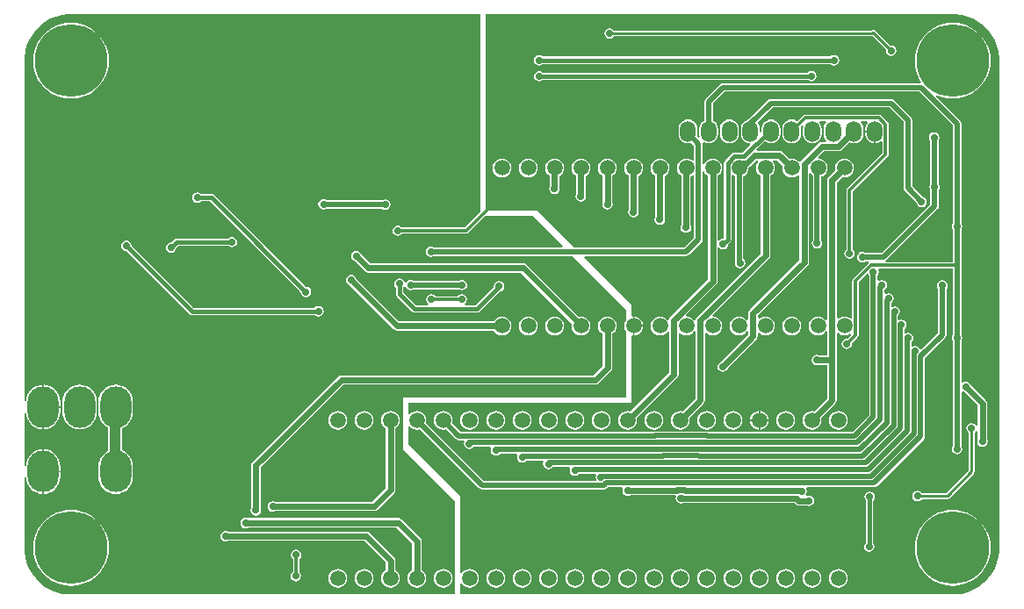
<source format=gbl>
G04 Layer_Physical_Order=2*
G04 Layer_Color=16739179*
%FSLAX44Y44*%
%MOMM*%
G71*
G01*
G75*
%ADD27C,0.3000*%
%ADD28C,0.6000*%
%ADD29C,0.5000*%
%ADD30C,0.4000*%
%ADD31C,0.2500*%
%ADD32O,1.5000X2.0000*%
%ADD33C,1.5000*%
%ADD34C,7.0000*%
%ADD35O,3.0000X4.0000*%
%ADD36C,0.7000*%
%ADD37C,1.0000*%
G36*
X445000Y374326D02*
X429750Y359076D01*
X368988D01*
X368623Y359622D01*
X366969Y360727D01*
X365018Y361115D01*
X363067Y360727D01*
X361413Y359622D01*
X360308Y357968D01*
X359920Y356017D01*
X360308Y354067D01*
X361413Y352413D01*
X363067Y351307D01*
X365018Y350919D01*
X366969Y351307D01*
X368623Y352413D01*
X368988Y352959D01*
X431017D01*
X431017Y352959D01*
X432188Y353191D01*
X433180Y353854D01*
X449326Y370000D01*
X495000D01*
X523786Y341214D01*
X523212Y339828D01*
X399896D01*
X398951Y340460D01*
X397000Y340848D01*
X395049Y340460D01*
X393395Y339355D01*
X392290Y337701D01*
X391902Y335750D01*
X392290Y333799D01*
X393395Y332145D01*
X395049Y331040D01*
X397000Y330652D01*
X398951Y331040D01*
X399896Y331672D01*
X533328D01*
X585000Y280000D01*
Y269390D01*
X584539Y268789D01*
X583632Y266600D01*
X583322Y264250D01*
X583632Y261901D01*
X584539Y259711D01*
X585000Y259110D01*
Y195000D01*
X370000D01*
Y145000D01*
X420000Y95000D01*
Y5000D01*
X50000Y5000D01*
X47050D01*
X41202Y5770D01*
X35504Y7297D01*
X30054Y9554D01*
X24946Y12504D01*
X20266Y16095D01*
X16095Y20266D01*
X12503Y24946D01*
X9554Y30054D01*
X7297Y35504D01*
X5770Y41202D01*
X5000Y47050D01*
X5000Y50000D01*
Y117616D01*
X6500Y117690D01*
X6739Y115265D01*
X7682Y112155D01*
X9214Y109289D01*
X11276Y106776D01*
X13789Y104714D01*
X16655Y103182D01*
X19765Y102239D01*
X22250Y101994D01*
Y123500D01*
Y145006D01*
X19765Y144761D01*
X16655Y143818D01*
X13789Y142286D01*
X11276Y140224D01*
X9214Y137711D01*
X7682Y134845D01*
X6739Y131735D01*
X6500Y129310D01*
X5000Y129384D01*
Y180116D01*
X6500Y180190D01*
X6739Y177766D01*
X7682Y174655D01*
X9214Y171789D01*
X11276Y169276D01*
X13789Y167214D01*
X16655Y165682D01*
X19765Y164739D01*
X22250Y164494D01*
Y186000D01*
Y207506D01*
X19765Y207261D01*
X16655Y206318D01*
X13789Y204786D01*
X11276Y202724D01*
X9214Y200211D01*
X7682Y197345D01*
X6739Y194235D01*
X6500Y191810D01*
X5000Y191884D01*
X5000Y520000D01*
X5000Y522949D01*
X5770Y528798D01*
X7297Y534496D01*
X9554Y539946D01*
X12503Y545054D01*
X16094Y549734D01*
X20266Y553905D01*
X24946Y557496D01*
X30054Y560446D01*
X35504Y562703D01*
X41202Y564230D01*
X47050Y565000D01*
X50000Y565000D01*
X50000Y565000D01*
X445000Y565000D01*
Y374326D01*
D02*
G37*
G36*
X900000Y565000D02*
X900000Y565000D01*
X900000Y565000D01*
X902949Y565000D01*
X908798Y564230D01*
X914496Y562703D01*
X919946Y560446D01*
X925054Y557496D01*
X929734Y553905D01*
X933905Y549734D01*
X937496Y545054D01*
X940446Y539946D01*
X942703Y534496D01*
X944230Y528798D01*
X945000Y522949D01*
X945000Y520000D01*
X945000Y50000D01*
X945000Y50000D01*
X945000Y47050D01*
X944230Y41202D01*
X942703Y35504D01*
X940446Y30054D01*
X937496Y24946D01*
X933905Y20266D01*
X929734Y16095D01*
X925054Y12504D01*
X919946Y9554D01*
X914496Y7297D01*
X908798Y5770D01*
X902949Y5000D01*
X425000D01*
Y15494D01*
X426012Y15907D01*
X426500Y15916D01*
X427831Y14181D01*
X429711Y12739D01*
X431900Y11832D01*
X434250Y11522D01*
X436600Y11832D01*
X438789Y12739D01*
X440669Y14181D01*
X442112Y16061D01*
X443018Y18250D01*
X443328Y20600D01*
X443018Y22950D01*
X442112Y25139D01*
X440669Y27019D01*
X438789Y28461D01*
X436600Y29368D01*
X434250Y29678D01*
X431900Y29368D01*
X429711Y28461D01*
X427831Y27019D01*
X426500Y25284D01*
X426012Y25293D01*
X425000Y25706D01*
Y100000D01*
X375000Y150000D01*
Y166764D01*
X376500Y167273D01*
X377031Y166581D01*
X378911Y165139D01*
X381101Y164232D01*
X383450Y163922D01*
X385799Y164232D01*
X386260Y164422D01*
X443066Y107616D01*
X443066Y107616D01*
X444389Y106732D01*
X445950Y106422D01*
X564106D01*
X564107Y106422D01*
X565667Y106732D01*
X566990Y107616D01*
X567796Y108422D01*
X581123D01*
X581945Y106922D01*
X581662Y105500D01*
X581707Y105275D01*
X581652Y105000D01*
X582040Y103049D01*
X583145Y101395D01*
X584799Y100290D01*
X586750Y99902D01*
X588701Y100290D01*
X589631Y100912D01*
X632433D01*
X633233Y99412D01*
X632902Y97750D01*
X633290Y95799D01*
X634395Y94145D01*
X636049Y93040D01*
X638000Y92652D01*
X639951Y93040D01*
X640507Y93412D01*
X747099D01*
X748256Y92256D01*
X749744Y91261D01*
X751500Y90912D01*
X759117D01*
X759299Y90790D01*
X761250Y90402D01*
X763201Y90790D01*
X764855Y91895D01*
X765960Y93549D01*
X766348Y95500D01*
X765960Y97451D01*
X764855Y99105D01*
X763201Y100210D01*
X761250Y100598D01*
X759299Y100210D01*
X758266Y101309D01*
X758151Y101588D01*
X758960Y102799D01*
X759348Y104750D01*
X758960Y106701D01*
X758812Y106922D01*
X759614Y108422D01*
X824097D01*
X824097Y108422D01*
X825657Y108732D01*
X826981Y109616D01*
X871884Y154520D01*
X871884Y154520D01*
X872768Y155843D01*
X873078Y157403D01*
X873078Y157403D01*
Y232804D01*
X892884Y252610D01*
X892884Y252610D01*
X893768Y253933D01*
X894078Y255493D01*
Y300104D01*
X894710Y301049D01*
X895098Y303000D01*
X894710Y304951D01*
X893605Y306605D01*
X891951Y307710D01*
X890000Y308098D01*
X888049Y307710D01*
X886395Y306605D01*
X885290Y304951D01*
X884902Y303000D01*
X885290Y301049D01*
X885922Y300104D01*
Y257183D01*
X870015Y241276D01*
X868548Y241546D01*
X868393Y241776D01*
X867305Y243405D01*
X865651Y244510D01*
X863700Y244898D01*
X861749Y244510D01*
X861578Y244396D01*
X860078Y245198D01*
Y248543D01*
X860605Y248895D01*
X861710Y250549D01*
X862098Y252500D01*
X861710Y254451D01*
X860605Y256105D01*
X858951Y257210D01*
X857000Y257598D01*
X855078Y257216D01*
X854807Y257162D01*
X853578Y258009D01*
Y261293D01*
X854105Y261645D01*
X855210Y263299D01*
X855598Y265250D01*
X855210Y267201D01*
X854105Y268855D01*
X852451Y269960D01*
X850500Y270348D01*
X848578Y269966D01*
X848307Y269912D01*
X847078Y270759D01*
Y273843D01*
X847755Y274295D01*
X848860Y275949D01*
X849248Y277900D01*
X848860Y279851D01*
X847755Y281505D01*
X846101Y282610D01*
X844150Y282998D01*
X842199Y282610D01*
X841901Y282411D01*
X840578Y283118D01*
Y286376D01*
X841505Y286995D01*
X842610Y288649D01*
X842998Y290600D01*
X842610Y292551D01*
X841505Y294205D01*
X839851Y295310D01*
X837900Y295698D01*
X835949Y295310D01*
X835578Y295062D01*
X834078Y295864D01*
Y298809D01*
X835405Y299695D01*
X836510Y301349D01*
X836898Y303300D01*
X836510Y305251D01*
X835405Y306905D01*
X833751Y308010D01*
X831800Y308398D01*
X829849Y308010D01*
X829078Y307495D01*
X827578Y308297D01*
Y312854D01*
X828210Y313799D01*
X828598Y315750D01*
X828210Y317701D01*
X828049Y317941D01*
X828851Y319441D01*
X900172D01*
Y255770D01*
X899290Y254451D01*
X898902Y252500D01*
X899290Y250549D01*
X900172Y249230D01*
Y148396D01*
X899540Y147451D01*
X899152Y145500D01*
X899540Y143549D01*
X900645Y141895D01*
X902299Y140790D01*
X904250Y140402D01*
X906201Y140790D01*
X907855Y141895D01*
X908960Y143549D01*
X909348Y145500D01*
X908960Y147451D01*
X908328Y148396D01*
Y200437D01*
X909828Y201239D01*
X910799Y200590D01*
X911014Y200547D01*
X924037Y187525D01*
Y168289D01*
X922537Y167834D01*
X921855Y168855D01*
X920201Y169960D01*
X918250Y170348D01*
X916299Y169960D01*
X914645Y168855D01*
X913540Y167201D01*
X913152Y165250D01*
X913540Y163299D01*
X914645Y161645D01*
X915446Y161110D01*
Y124661D01*
X893589Y102804D01*
X870140D01*
X869605Y103605D01*
X867951Y104710D01*
X866000Y105098D01*
X864049Y104710D01*
X862395Y103605D01*
X861290Y101951D01*
X860902Y100000D01*
X861290Y98049D01*
X862395Y96395D01*
X864049Y95290D01*
X866000Y94902D01*
X867951Y95290D01*
X869605Y96395D01*
X870140Y97196D01*
X894750D01*
X895823Y97410D01*
X896733Y98017D01*
X920233Y121517D01*
X920840Y122427D01*
X921054Y123500D01*
Y161110D01*
X921855Y161645D01*
X922537Y162666D01*
X924037Y162211D01*
Y154508D01*
X923915Y154326D01*
X923527Y152375D01*
X923915Y150424D01*
X925020Y148770D01*
X926674Y147665D01*
X928625Y147277D01*
X930576Y147665D01*
X932230Y148770D01*
X933335Y150424D01*
X933723Y152375D01*
X933335Y154326D01*
X933213Y154508D01*
Y189425D01*
X932864Y191181D01*
X931869Y192669D01*
X917503Y207036D01*
X917460Y207251D01*
X916355Y208905D01*
X914701Y210010D01*
X912750Y210398D01*
X910799Y210010D01*
X909828Y209361D01*
X908328Y210163D01*
Y249978D01*
X908710Y250549D01*
X909098Y252500D01*
X908710Y254451D01*
X908328Y255022D01*
Y322750D01*
Y357354D01*
X908960Y358299D01*
X909348Y360250D01*
X908960Y362201D01*
X908328Y363146D01*
Y459500D01*
X908328Y459500D01*
X908018Y461061D01*
X907134Y462384D01*
X907134Y462384D01*
X883994Y485524D01*
X884879Y486760D01*
X886002Y486206D01*
X890533Y484668D01*
X895226Y483735D01*
X900000Y483422D01*
X904774Y483735D01*
X909467Y484668D01*
X913998Y486206D01*
X918289Y488322D01*
X922268Y490980D01*
X925865Y494135D01*
X929019Y497733D01*
X931678Y501711D01*
X933794Y506002D01*
X935332Y510533D01*
X936265Y515226D01*
X936578Y520000D01*
X936265Y524774D01*
X935332Y529467D01*
X933794Y533998D01*
X931678Y538289D01*
X929019Y542267D01*
X925865Y545865D01*
X922268Y549020D01*
X918289Y551678D01*
X913998Y553794D01*
X909467Y555332D01*
X904774Y556265D01*
X900000Y556578D01*
X895226Y556265D01*
X890533Y555332D01*
X886002Y553794D01*
X881711Y551678D01*
X877732Y549020D01*
X874135Y545865D01*
X870981Y542267D01*
X868322Y538289D01*
X866206Y533998D01*
X864668Y529467D01*
X863735Y524774D01*
X863422Y520000D01*
X863735Y515226D01*
X864668Y510533D01*
X866206Y506002D01*
X868322Y501711D01*
X869611Y499782D01*
X868778Y498328D01*
X678250D01*
X676689Y498018D01*
X675366Y497134D01*
X675366Y497134D01*
X661866Y483634D01*
X660982Y482311D01*
X660672Y480750D01*
X660672Y480750D01*
Y462302D01*
X660211Y462112D01*
X658331Y460669D01*
X656889Y458789D01*
X655982Y456600D01*
X655672Y454250D01*
Y449250D01*
X655982Y446900D01*
X656154Y446485D01*
X654882Y445636D01*
X653530Y446988D01*
X653828Y449250D01*
Y454250D01*
X653518Y456600D01*
X652611Y458789D01*
X651169Y460669D01*
X649289Y462112D01*
X647100Y463018D01*
X644750Y463328D01*
X642401Y463018D01*
X640211Y462112D01*
X638331Y460669D01*
X636889Y458789D01*
X635982Y456600D01*
X635672Y454250D01*
Y449250D01*
X635982Y446900D01*
X636889Y444711D01*
X638331Y442831D01*
X640211Y441389D01*
X642401Y440482D01*
X644750Y440172D01*
X647100Y440482D01*
X648090Y440892D01*
X650622Y438361D01*
Y424104D01*
X649122Y423450D01*
X647739Y424511D01*
X645549Y425418D01*
X643200Y425728D01*
X640851Y425418D01*
X638661Y424511D01*
X636781Y423069D01*
X635339Y421189D01*
X634432Y418999D01*
X634122Y416650D01*
X634432Y414300D01*
X635339Y412111D01*
X636781Y410231D01*
X638193Y409148D01*
Y361151D01*
X638072Y360968D01*
X637683Y359017D01*
X638072Y357067D01*
X639177Y355413D01*
X640831Y354308D01*
X642781Y353920D01*
X644732Y354308D01*
X646386Y355413D01*
X647491Y357067D01*
X647879Y359017D01*
X647491Y360968D01*
X647370Y361151D01*
Y408636D01*
X647739Y408789D01*
X649122Y409850D01*
X650622Y409196D01*
Y349139D01*
X641311Y339828D01*
X535172D01*
X500000Y375000D01*
X450000D01*
Y565000D01*
X900000Y565000D01*
D02*
G37*
G36*
X900172Y457811D02*
Y363146D01*
X899540Y362201D01*
X899152Y360250D01*
X899540Y358299D01*
X900172Y357354D01*
Y325559D01*
X835755D01*
X835300Y327059D01*
X836134Y327616D01*
X885384Y376866D01*
X885384Y376866D01*
X886268Y378189D01*
X886578Y379750D01*
Y395354D01*
X887210Y396299D01*
X887598Y398250D01*
X887210Y400201D01*
X886578Y401146D01*
Y443852D01*
X886710Y444049D01*
X887098Y446000D01*
X886710Y447951D01*
X885605Y449605D01*
X883951Y450710D01*
X882000Y451098D01*
X880049Y450710D01*
X878395Y449605D01*
X877290Y447951D01*
X876902Y446000D01*
X877290Y444049D01*
X878395Y442395D01*
X878422Y442378D01*
Y401146D01*
X877790Y400201D01*
X877402Y398250D01*
X877790Y396299D01*
X878422Y395354D01*
Y381439D01*
X831561Y334578D01*
X815646D01*
X814701Y335210D01*
X812750Y335598D01*
X810799Y335210D01*
X809145Y334105D01*
X808040Y332451D01*
X807652Y330500D01*
X808040Y328549D01*
X809145Y326895D01*
X810799Y325790D01*
X812750Y325402D01*
X814701Y325790D01*
X815646Y326422D01*
X818827D01*
X819261Y325530D01*
X819282Y324922D01*
X818895Y324663D01*
X818895Y324663D01*
X803937Y309705D01*
X803274Y308713D01*
X803041Y307542D01*
X803041Y307542D01*
Y271670D01*
X801541Y271035D01*
X800139Y272111D01*
X797950Y273018D01*
X795600Y273328D01*
X793251Y273018D01*
X791061Y272111D01*
X789688Y271058D01*
X788188Y271721D01*
Y402749D01*
X793312Y407874D01*
X795600Y407572D01*
X797950Y407882D01*
X800139Y408789D01*
X802019Y410231D01*
X803462Y412111D01*
X804368Y414300D01*
X804678Y416650D01*
X804368Y418999D01*
X803462Y421189D01*
X802019Y423069D01*
X800139Y424511D01*
X797950Y425418D01*
X795600Y425728D01*
X793251Y425418D01*
X791061Y424511D01*
X789181Y423069D01*
X787739Y421189D01*
X786832Y418999D01*
X786522Y416650D01*
X786824Y414362D01*
X780356Y407894D01*
X779361Y406406D01*
X779012Y404650D01*
Y270014D01*
X777512Y269505D01*
X776619Y270669D01*
X774739Y272111D01*
X772550Y273018D01*
X770200Y273328D01*
X767850Y273018D01*
X765661Y272111D01*
X763781Y270669D01*
X762339Y268789D01*
X761432Y266600D01*
X761122Y264250D01*
X761432Y261901D01*
X762339Y259711D01*
X763781Y257831D01*
X765661Y256389D01*
X767850Y255482D01*
X770200Y255172D01*
X772550Y255482D01*
X774739Y256389D01*
X776619Y257831D01*
X777512Y258995D01*
X779012Y258486D01*
Y235838D01*
X771383D01*
X771201Y235960D01*
X769250Y236348D01*
X767299Y235960D01*
X765645Y234855D01*
X764540Y233201D01*
X764152Y231250D01*
X764540Y229299D01*
X765645Y227645D01*
X767299Y226540D01*
X769250Y226152D01*
X771201Y226540D01*
X771383Y226662D01*
X779012D01*
Y194051D01*
X766738Y181776D01*
X764450Y182078D01*
X762101Y181768D01*
X759911Y180861D01*
X758031Y179419D01*
X756589Y177539D01*
X755682Y175350D01*
X755372Y173000D01*
X755682Y170651D01*
X756589Y168461D01*
X758031Y166581D01*
X759911Y165139D01*
X762101Y164232D01*
X764450Y163922D01*
X766799Y164232D01*
X768989Y165139D01*
X770869Y166581D01*
X772311Y168461D01*
X773218Y170651D01*
X773528Y173000D01*
X773226Y175288D01*
X786844Y188906D01*
X787839Y190394D01*
X788188Y192150D01*
Y231750D01*
Y256779D01*
X789688Y257442D01*
X791061Y256389D01*
X793251Y255482D01*
X795600Y255172D01*
X797950Y255482D01*
X800139Y256389D01*
X800479Y256650D01*
X802129Y256025D01*
X802222Y255548D01*
X798394Y251720D01*
X797750Y251848D01*
X795799Y251460D01*
X794145Y250355D01*
X793040Y248701D01*
X792652Y246750D01*
X793040Y244799D01*
X794145Y243145D01*
X795799Y242040D01*
X797750Y241652D01*
X799701Y242040D01*
X801355Y243145D01*
X802460Y244799D01*
X802848Y246750D01*
X802720Y247394D01*
X808263Y252937D01*
X808926Y253930D01*
X809159Y255100D01*
X809159Y255100D01*
Y306275D01*
X817315Y314432D01*
X818751Y313997D01*
X818790Y313799D01*
X819422Y312854D01*
Y177939D01*
X803561Y162078D01*
X664316D01*
X663060Y162328D01*
X663060Y162328D01*
X612940D01*
X612940Y162328D01*
X611684Y162078D01*
X425539D01*
X417428Y170190D01*
X417618Y170651D01*
X417928Y173000D01*
X417618Y175350D01*
X416712Y177539D01*
X415269Y179419D01*
X413389Y180861D01*
X411199Y181768D01*
X408850Y182078D01*
X406501Y181768D01*
X404311Y180861D01*
X402431Y179419D01*
X400989Y177539D01*
X400082Y175350D01*
X399772Y173000D01*
X400082Y170651D01*
X400989Y168461D01*
X402431Y166581D01*
X404311Y165139D01*
X406501Y164232D01*
X408850Y163922D01*
X411199Y164232D01*
X411660Y164422D01*
X420966Y155116D01*
X420966Y155116D01*
X422289Y154232D01*
X423850Y153922D01*
X423850Y153922D01*
X428491D01*
X429338Y152693D01*
X429284Y152422D01*
X428902Y150500D01*
X429290Y148549D01*
X430395Y146895D01*
X432049Y145790D01*
X434000Y145402D01*
X435951Y145790D01*
X437605Y146895D01*
X437957Y147422D01*
X454241D01*
X455088Y146193D01*
X455034Y145922D01*
X454652Y144000D01*
X455040Y142049D01*
X456145Y140395D01*
X457799Y139290D01*
X459750Y138902D01*
X461701Y139290D01*
X463355Y140395D01*
X463707Y140922D01*
X479491D01*
X480338Y139693D01*
X480284Y139422D01*
X479902Y137500D01*
X480290Y135549D01*
X481395Y133895D01*
X483049Y132790D01*
X485000Y132402D01*
X486951Y132790D01*
X488605Y133895D01*
X488957Y134422D01*
X504741D01*
X505588Y133194D01*
X505534Y132922D01*
X505152Y131000D01*
X505540Y129049D01*
X506645Y127395D01*
X508299Y126290D01*
X510250Y125902D01*
X512201Y126290D01*
X513855Y127395D01*
X514207Y127922D01*
X530241D01*
X531088Y126693D01*
X531034Y126422D01*
X530652Y124500D01*
X531040Y122549D01*
X532145Y120895D01*
X533799Y119790D01*
X535750Y119402D01*
X537701Y119790D01*
X539355Y120895D01*
X539707Y121422D01*
X555491D01*
X556338Y120194D01*
X556284Y119922D01*
X555902Y118000D01*
X556284Y116078D01*
X556338Y115807D01*
X555491Y114578D01*
X447639D01*
X392028Y170190D01*
X392218Y170651D01*
X392528Y173000D01*
X392218Y175350D01*
X391311Y177539D01*
X389869Y179419D01*
X387989Y180861D01*
X385799Y181768D01*
X383450Y182078D01*
X381101Y181768D01*
X378911Y180861D01*
X377031Y179419D01*
X376500Y178727D01*
X375000Y179236D01*
Y190000D01*
X590000D01*
Y253975D01*
X591500Y255291D01*
X591650Y255271D01*
Y264250D01*
Y273229D01*
X591500Y273209D01*
X590000Y274525D01*
Y285000D01*
X544714Y330286D01*
X545288Y331672D01*
X643000D01*
X643000Y331672D01*
X644561Y331982D01*
X645884Y332866D01*
X657584Y344566D01*
X657584Y344566D01*
X658468Y345889D01*
X658778Y347450D01*
X658778Y347450D01*
Y412924D01*
X660278Y413222D01*
X660739Y412111D01*
X662181Y410231D01*
X664012Y408826D01*
Y309000D01*
X627756Y272744D01*
X626761Y271256D01*
X626534Y270115D01*
X624958Y269706D01*
X624219Y270669D01*
X622339Y272111D01*
X620149Y273018D01*
X617800Y273328D01*
X615451Y273018D01*
X613261Y272111D01*
X611381Y270669D01*
X609939Y268789D01*
X609032Y266600D01*
X608722Y264250D01*
X609032Y261901D01*
X609939Y259711D01*
X611381Y257831D01*
X613261Y256389D01*
X615451Y255482D01*
X617800Y255172D01*
X620149Y255482D01*
X622339Y256389D01*
X624219Y257831D01*
X624912Y258734D01*
X626412Y258225D01*
Y219251D01*
X588938Y181776D01*
X586650Y182078D01*
X584300Y181768D01*
X582111Y180861D01*
X580231Y179419D01*
X578789Y177539D01*
X577882Y175350D01*
X577572Y173000D01*
X577882Y170651D01*
X578789Y168461D01*
X580231Y166581D01*
X582111Y165139D01*
X584300Y164232D01*
X586650Y163922D01*
X588999Y164232D01*
X591189Y165139D01*
X593069Y166581D01*
X594511Y168461D01*
X595418Y170651D01*
X595728Y173000D01*
X595426Y175288D01*
X634244Y214106D01*
X635239Y215594D01*
X635588Y217350D01*
Y257126D01*
X637088Y257596D01*
X638661Y256389D01*
X640851Y255482D01*
X643200Y255172D01*
X645549Y255482D01*
X647739Y256389D01*
X649619Y257831D01*
X650512Y258995D01*
X652012Y258486D01*
Y194051D01*
X639738Y181776D01*
X637450Y182078D01*
X635101Y181768D01*
X632911Y180861D01*
X631031Y179419D01*
X629589Y177539D01*
X628682Y175350D01*
X628372Y173000D01*
X628682Y170651D01*
X629589Y168461D01*
X631031Y166581D01*
X632911Y165139D01*
X635101Y164232D01*
X637450Y163922D01*
X639799Y164232D01*
X641989Y165139D01*
X643869Y166581D01*
X645312Y168461D01*
X646218Y170651D01*
X646528Y173000D01*
X646226Y175288D01*
X659844Y188906D01*
X660839Y190394D01*
X661188Y192150D01*
Y256779D01*
X662688Y257442D01*
X664061Y256389D01*
X666251Y255482D01*
X668600Y255172D01*
X670949Y255482D01*
X673139Y256389D01*
X675019Y257831D01*
X676461Y259711D01*
X677368Y261901D01*
X677678Y264250D01*
X677368Y266600D01*
X676461Y268789D01*
X675019Y270669D01*
X673139Y272111D01*
X670949Y273018D01*
X668898Y273288D01*
X668123Y274635D01*
X722644Y329156D01*
X723639Y330644D01*
X723988Y332400D01*
Y408826D01*
X725819Y410231D01*
X727262Y412111D01*
X728168Y414300D01*
X728478Y416650D01*
X728168Y418999D01*
X727262Y421189D01*
X726208Y422562D01*
X726871Y424062D01*
X730900D01*
X736024Y418938D01*
X735722Y416650D01*
X736032Y414300D01*
X736939Y412111D01*
X738381Y410231D01*
X740261Y408789D01*
X742450Y407882D01*
X744800Y407572D01*
X747150Y407882D01*
X749339Y408789D01*
X750712Y409842D01*
X752212Y409179D01*
Y327551D01*
X704156Y279494D01*
X703161Y278006D01*
X702812Y276250D01*
Y270014D01*
X701312Y269505D01*
X700419Y270669D01*
X698539Y272111D01*
X696349Y273018D01*
X694000Y273328D01*
X691650Y273018D01*
X689461Y272111D01*
X687581Y270669D01*
X686139Y268789D01*
X685232Y266600D01*
X684922Y264250D01*
X685232Y261901D01*
X686139Y259711D01*
X687581Y257831D01*
X689461Y256389D01*
X691650Y255482D01*
X694000Y255172D01*
X696349Y255482D01*
X698539Y256389D01*
X700419Y257831D01*
X701312Y258995D01*
X702812Y258486D01*
Y255800D01*
X676514Y229503D01*
X676299Y229460D01*
X674645Y228355D01*
X673540Y226701D01*
X673152Y224750D01*
X673540Y222799D01*
X674645Y221145D01*
X676299Y220040D01*
X678250Y219652D01*
X680201Y220040D01*
X681855Y221145D01*
X682960Y222799D01*
X683003Y223014D01*
X710644Y250656D01*
X711639Y252144D01*
X711988Y253900D01*
Y256779D01*
X713488Y257442D01*
X714861Y256389D01*
X717050Y255482D01*
X719400Y255172D01*
X721749Y255482D01*
X723939Y256389D01*
X725819Y257831D01*
X727262Y259711D01*
X728168Y261901D01*
X728478Y264250D01*
X728168Y266600D01*
X727262Y268789D01*
X725819Y270669D01*
X723939Y272111D01*
X721749Y273018D01*
X719400Y273328D01*
X717050Y273018D01*
X714861Y272111D01*
X713488Y271058D01*
X711988Y271721D01*
Y274349D01*
X760044Y322406D01*
X761039Y323894D01*
X761388Y325650D01*
Y410886D01*
X762888Y411395D01*
X763781Y410231D01*
X765172Y409164D01*
Y346896D01*
X764540Y345951D01*
X764152Y344000D01*
X764540Y342049D01*
X765645Y340395D01*
X767299Y339290D01*
X769250Y338902D01*
X771201Y339290D01*
X772855Y340395D01*
X773960Y342049D01*
X774348Y344000D01*
X773960Y345951D01*
X773328Y346896D01*
Y408204D01*
X774739Y408789D01*
X776619Y410231D01*
X778062Y412111D01*
X778968Y414300D01*
X779278Y416650D01*
X778968Y418999D01*
X778062Y421189D01*
X776619Y423069D01*
X774739Y424511D01*
X772550Y425418D01*
X770834Y425644D01*
X770242Y427174D01*
X775730Y432662D01*
X789721D01*
X791476Y433011D01*
X792965Y434006D01*
X800308Y441348D01*
X802401Y440482D01*
X804750Y440172D01*
X807100Y440482D01*
X809289Y441389D01*
X811169Y442831D01*
X812611Y444711D01*
X813518Y446900D01*
X813828Y449250D01*
Y454250D01*
X813518Y456600D01*
X812611Y458789D01*
X811535Y460191D01*
X812170Y461691D01*
X817330D01*
X817965Y460191D01*
X816889Y458789D01*
X815982Y456600D01*
X815672Y454250D01*
Y452500D01*
X824750D01*
Y451750D01*
X825500D01*
Y440271D01*
X827100Y440482D01*
X829289Y441389D01*
X830691Y442465D01*
X832191Y441830D01*
Y431017D01*
X798337Y397163D01*
X797674Y396171D01*
X797441Y395000D01*
X797441Y395000D01*
Y337970D01*
X796895Y337605D01*
X795790Y335951D01*
X795402Y334000D01*
X795790Y332049D01*
X796895Y330395D01*
X798549Y329290D01*
X800500Y328902D01*
X802451Y329290D01*
X804105Y330395D01*
X805210Y332049D01*
X805598Y334000D01*
X805210Y335951D01*
X804105Y337605D01*
X803559Y337970D01*
Y393733D01*
X837413Y427587D01*
X837413Y427587D01*
X838076Y428579D01*
X838309Y429750D01*
Y458599D01*
X838076Y459770D01*
X837413Y460762D01*
X837413Y460762D01*
X831262Y466913D01*
X830270Y467576D01*
X829099Y467809D01*
X829099Y467809D01*
X757750D01*
X757750Y467809D01*
X756579Y467576D01*
X755587Y466913D01*
X755587Y466913D01*
X750136Y461462D01*
X749289Y462112D01*
X747100Y463018D01*
X744750Y463328D01*
X742401Y463018D01*
X740211Y462112D01*
X738331Y460669D01*
X736889Y458789D01*
X735982Y456600D01*
X735672Y454250D01*
Y449250D01*
X735982Y446900D01*
X736889Y444711D01*
X738331Y442831D01*
X740211Y441389D01*
X742401Y440482D01*
X744750Y440172D01*
X747100Y440482D01*
X749289Y441389D01*
X751169Y442831D01*
X752611Y444711D01*
X753518Y446900D01*
X753828Y449250D01*
Y454250D01*
X753566Y456240D01*
X754587Y457262D01*
X755875Y456640D01*
X755972Y456525D01*
X755672Y454250D01*
Y449250D01*
X755982Y446900D01*
X756889Y444711D01*
X758331Y442831D01*
X760211Y441389D01*
X762401Y440482D01*
X764750Y440172D01*
X767100Y440482D01*
X769289Y441389D01*
X771169Y442831D01*
X772611Y444711D01*
X773518Y446900D01*
X773828Y449250D01*
Y454250D01*
X773518Y456600D01*
X772611Y458789D01*
X771535Y460191D01*
X772170Y461691D01*
X777330D01*
X777965Y460191D01*
X776889Y458789D01*
X775982Y456600D01*
X775672Y454250D01*
Y449250D01*
X775982Y446900D01*
X776889Y444711D01*
X777942Y443338D01*
X777279Y441838D01*
X773829D01*
X772074Y441489D01*
X770585Y440494D01*
X753556Y423465D01*
X753207Y422942D01*
X751362Y422882D01*
X751219Y423069D01*
X749339Y424511D01*
X747150Y425418D01*
X744800Y425728D01*
X742512Y425426D01*
X736044Y431894D01*
X734556Y432889D01*
X732800Y433238D01*
X711301D01*
X710727Y434624D01*
X718672Y442569D01*
X720211Y441389D01*
X722401Y440482D01*
X724750Y440172D01*
X727100Y440482D01*
X729289Y441389D01*
X731169Y442831D01*
X732611Y444711D01*
X733518Y446900D01*
X733828Y449250D01*
Y454250D01*
X733518Y456600D01*
X732611Y458789D01*
X731169Y460669D01*
X729289Y462112D01*
X727100Y463018D01*
X724750Y463328D01*
X722401Y463018D01*
X720211Y462112D01*
X718331Y460669D01*
X716889Y458789D01*
X715982Y456600D01*
X715672Y454250D01*
Y450799D01*
X715328Y450569D01*
X713828Y451370D01*
Y454250D01*
X713518Y456600D01*
X712611Y458789D01*
X711611Y460093D01*
X726439Y474922D01*
X838811D01*
X852672Y461061D01*
Y397500D01*
X852672Y397500D01*
X852982Y395939D01*
X853866Y394616D01*
X864944Y383538D01*
X865290Y381799D01*
X866395Y380145D01*
X868049Y379040D01*
X870000Y378652D01*
X871951Y379040D01*
X873605Y380145D01*
X874710Y381799D01*
X875098Y383750D01*
X874710Y385701D01*
X873605Y387355D01*
X871951Y388460D01*
X871460Y388558D01*
X860828Y399189D01*
Y462750D01*
X860828Y462750D01*
X860518Y464311D01*
X859634Y465634D01*
X843384Y481884D01*
X842061Y482768D01*
X840500Y483078D01*
X840500Y483078D01*
X724750D01*
X724750Y483078D01*
X723189Y482768D01*
X721866Y481884D01*
X721866Y481884D01*
X703092Y463109D01*
X702401Y463018D01*
X700211Y462112D01*
X698331Y460669D01*
X696889Y458789D01*
X695982Y456600D01*
X695672Y454250D01*
Y449250D01*
X695982Y446900D01*
X696889Y444711D01*
X698331Y442831D01*
X700211Y441389D01*
X702401Y440482D01*
X704141Y440253D01*
X704746Y438737D01*
X697228Y431219D01*
X689444D01*
X688078Y430947D01*
X686920Y430173D01*
X680477Y423730D01*
X679703Y422572D01*
X679431Y421206D01*
Y349425D01*
X678507Y348355D01*
X676556Y347967D01*
X674903Y346862D01*
X674688Y346541D01*
X673188Y346996D01*
Y408826D01*
X675019Y410231D01*
X676461Y412111D01*
X677368Y414300D01*
X677678Y416650D01*
X677368Y418999D01*
X676461Y421189D01*
X675019Y423069D01*
X673139Y424511D01*
X670949Y425418D01*
X668600Y425728D01*
X666251Y425418D01*
X664061Y424511D01*
X662181Y423069D01*
X660739Y421189D01*
X660278Y420078D01*
X658778Y420376D01*
Y440050D01*
X658778Y440050D01*
X658650Y440696D01*
X660011Y441542D01*
X660211Y441389D01*
X662401Y440482D01*
X664750Y440172D01*
X667100Y440482D01*
X669289Y441389D01*
X671169Y442831D01*
X672611Y444711D01*
X673518Y446900D01*
X673828Y449250D01*
Y454250D01*
X673518Y456600D01*
X672611Y458789D01*
X671169Y460669D01*
X669289Y462112D01*
X668828Y462302D01*
Y479061D01*
X679939Y490172D01*
X867811D01*
X900172Y457811D01*
D02*
G37*
G36*
X711746Y423673D02*
X712358Y422257D01*
X711539Y421189D01*
X710632Y418999D01*
X710322Y416650D01*
X710632Y414300D01*
X711539Y412111D01*
X712981Y410231D01*
X714812Y408826D01*
Y334300D01*
X653356Y272844D01*
X652361Y271356D01*
X652077Y269929D01*
X651189Y269548D01*
X650512Y269505D01*
X649619Y270669D01*
X647739Y272111D01*
X645549Y273018D01*
X643410Y273300D01*
X642587Y274598D01*
X671844Y303856D01*
X672839Y305344D01*
X673188Y307100D01*
Y339518D01*
X674688Y339973D01*
X674903Y339653D01*
X676556Y338548D01*
X678507Y338159D01*
X680458Y338548D01*
X682112Y339653D01*
X683217Y341306D01*
X683605Y343257D01*
X683597Y343300D01*
X685523Y345227D01*
X686297Y346384D01*
X686569Y347750D01*
Y409213D01*
X688069Y409857D01*
X689461Y408789D01*
X689922Y408598D01*
Y326000D01*
X689922Y326000D01*
X690011Y325549D01*
X689902Y325000D01*
X690290Y323049D01*
X691395Y321395D01*
X693049Y320290D01*
X695000Y319902D01*
X696951Y320290D01*
X698605Y321395D01*
X699710Y323049D01*
X700098Y325000D01*
X699710Y326951D01*
X698605Y328605D01*
X698078Y328957D01*
Y408598D01*
X698539Y408789D01*
X700419Y410231D01*
X701861Y412111D01*
X702768Y414300D01*
X703078Y416650D01*
X703054Y416831D01*
X703080Y416836D01*
X704568Y417831D01*
X710549Y423812D01*
X711746Y423673D01*
D02*
G37*
%LPC*%
G36*
X50000Y556578D02*
X45226Y556265D01*
X40533Y555332D01*
X36002Y553794D01*
X31711Y551678D01*
X27733Y549020D01*
X24135Y545865D01*
X20981Y542267D01*
X18322Y538289D01*
X16206Y533998D01*
X14668Y529467D01*
X13735Y524774D01*
X13422Y520000D01*
X13735Y515226D01*
X14668Y510533D01*
X16206Y506002D01*
X18322Y501711D01*
X20981Y497733D01*
X24135Y494135D01*
X27733Y490980D01*
X31711Y488322D01*
X36002Y486206D01*
X40533Y484668D01*
X45226Y483735D01*
X50000Y483422D01*
X54774Y483735D01*
X59467Y484668D01*
X63998Y486206D01*
X68289Y488322D01*
X72267Y490980D01*
X75865Y494135D01*
X79019Y497733D01*
X81678Y501711D01*
X83794Y506002D01*
X85332Y510533D01*
X86265Y515226D01*
X86578Y520000D01*
X86265Y524774D01*
X85332Y529467D01*
X83794Y533998D01*
X81678Y538289D01*
X79019Y542267D01*
X75865Y545865D01*
X72267Y549020D01*
X68289Y551678D01*
X63998Y553794D01*
X59467Y555332D01*
X54774Y556265D01*
X50000Y556578D01*
D02*
G37*
G36*
X293500Y386598D02*
X291549Y386210D01*
X289895Y385105D01*
X288790Y383451D01*
X288402Y381500D01*
X288790Y379549D01*
X289895Y377895D01*
X291549Y376790D01*
X293500Y376402D01*
X295451Y376790D01*
X296396Y377422D01*
X349730D01*
X351049Y376540D01*
X353000Y376152D01*
X354951Y376540D01*
X356605Y377645D01*
X357710Y379299D01*
X358098Y381250D01*
X357710Y383201D01*
X356605Y384855D01*
X354951Y385960D01*
X353000Y386348D01*
X351049Y385960D01*
X350478Y385578D01*
X296396D01*
X295451Y386210D01*
X293500Y386598D01*
D02*
G37*
G36*
X205000Y350098D02*
X203049Y349710D01*
X201395Y348605D01*
X201371Y348569D01*
X151750D01*
X150384Y348297D01*
X149227Y347523D01*
X146543Y344839D01*
X146500Y344848D01*
X144549Y344460D01*
X142895Y343355D01*
X141790Y341701D01*
X141402Y339750D01*
X141790Y337799D01*
X142895Y336145D01*
X144549Y335040D01*
X146500Y334652D01*
X148451Y335040D01*
X150105Y336145D01*
X151210Y337799D01*
X151598Y339750D01*
X151589Y339793D01*
X153228Y341431D01*
X201371D01*
X201395Y341395D01*
X203049Y340290D01*
X205000Y339902D01*
X206951Y340290D01*
X208605Y341395D01*
X209710Y343049D01*
X210098Y345000D01*
X209710Y346951D01*
X208605Y348605D01*
X206951Y349710D01*
X205000Y350098D01*
D02*
G37*
G36*
X171750Y393098D02*
X169799Y392710D01*
X168145Y391605D01*
X167040Y389951D01*
X166652Y388000D01*
X167040Y386049D01*
X168145Y384395D01*
X169799Y383290D01*
X171750Y382902D01*
X173701Y383290D01*
X175355Y384395D01*
X175379Y384431D01*
X184022D01*
X271411Y297043D01*
X271402Y297000D01*
X271790Y295049D01*
X272895Y293395D01*
X274549Y292290D01*
X276500Y291902D01*
X278451Y292290D01*
X280105Y293395D01*
X281210Y295049D01*
X281598Y297000D01*
X281210Y298951D01*
X280105Y300605D01*
X278451Y301710D01*
X276500Y302098D01*
X276457Y302089D01*
X188023Y390523D01*
X186866Y391297D01*
X185500Y391569D01*
X175379D01*
X175355Y391605D01*
X173701Y392710D01*
X171750Y393098D01*
D02*
G37*
G36*
X366750Y309848D02*
X364799Y309460D01*
X363145Y308355D01*
X362040Y306701D01*
X361652Y304750D01*
X362040Y302799D01*
X363145Y301145D01*
X363181Y301121D01*
Y295250D01*
X363453Y293884D01*
X364227Y292727D01*
X378977Y277977D01*
X380134Y277203D01*
X381500Y276931D01*
X441250D01*
X442616Y277203D01*
X443773Y277977D01*
X462998Y297201D01*
X464701Y297540D01*
X466355Y298645D01*
X467460Y300299D01*
X467848Y302250D01*
X467460Y304201D01*
X466355Y305855D01*
X464701Y306960D01*
X462750Y307348D01*
X460799Y306960D01*
X459145Y305855D01*
X458040Y304201D01*
X457652Y302250D01*
X457702Y301999D01*
X439772Y284069D01*
X430071D01*
X429616Y285569D01*
X430105Y285895D01*
X431210Y287549D01*
X431598Y289500D01*
X431210Y291451D01*
X430105Y293105D01*
X428451Y294210D01*
X426500Y294598D01*
X424549Y294210D01*
X422895Y293105D01*
X422530Y292559D01*
X401470D01*
X401105Y293105D01*
X399451Y294210D01*
X397500Y294598D01*
X395549Y294210D01*
X393895Y293105D01*
X392790Y291451D01*
X392402Y289500D01*
X392790Y287549D01*
X393895Y285895D01*
X394384Y285569D01*
X393929Y284069D01*
X382978D01*
X370319Y296728D01*
Y301121D01*
X370355Y301145D01*
X371115Y302283D01*
X372707Y301966D01*
X372790Y301549D01*
X373895Y299895D01*
X375549Y298790D01*
X377500Y298402D01*
X379451Y298790D01*
X380396Y299422D01*
X424104D01*
X425049Y298790D01*
X427000Y298402D01*
X428951Y298790D01*
X430605Y299895D01*
X431710Y301549D01*
X432098Y303500D01*
X431710Y305451D01*
X430605Y307105D01*
X428951Y308210D01*
X427000Y308598D01*
X425049Y308210D01*
X424104Y307578D01*
X380396D01*
X379451Y308210D01*
X377500Y308598D01*
X375549Y308210D01*
X373895Y307105D01*
X373135Y305967D01*
X371543Y306284D01*
X371460Y306701D01*
X370355Y308355D01*
X368701Y309460D01*
X366750Y309848D01*
D02*
G37*
G36*
X103250Y346598D02*
X101299Y346210D01*
X99645Y345105D01*
X98540Y343451D01*
X98152Y341500D01*
X98540Y339549D01*
X99645Y337895D01*
X101299Y336790D01*
X103250Y336402D01*
X103293Y336411D01*
X163977Y275727D01*
X165134Y274953D01*
X166500Y274681D01*
X284871D01*
X284895Y274645D01*
X286549Y273540D01*
X288500Y273152D01*
X290451Y273540D01*
X292105Y274645D01*
X293210Y276299D01*
X293598Y278250D01*
X293210Y280201D01*
X292105Y281855D01*
X290451Y282960D01*
X288500Y283348D01*
X286549Y282960D01*
X284895Y281855D01*
X284871Y281819D01*
X167978D01*
X108339Y341457D01*
X108348Y341500D01*
X107960Y343451D01*
X106855Y345105D01*
X105201Y346210D01*
X103250Y346598D01*
D02*
G37*
G36*
X325000Y336598D02*
X323049Y336210D01*
X321395Y335105D01*
X320290Y333451D01*
X319902Y331500D01*
X320290Y329549D01*
X321395Y327895D01*
X323049Y326790D01*
X323264Y326747D01*
X333256Y316756D01*
X334744Y315761D01*
X336500Y315412D01*
X483950D01*
X532824Y266538D01*
X532522Y264250D01*
X532832Y261901D01*
X533739Y259711D01*
X535181Y257831D01*
X537061Y256389D01*
X539250Y255482D01*
X541600Y255172D01*
X543950Y255482D01*
X546139Y256389D01*
X548019Y257831D01*
X549462Y259711D01*
X550368Y261901D01*
X550678Y264250D01*
X550368Y266600D01*
X549462Y268789D01*
X548019Y270669D01*
X546139Y272111D01*
X543950Y273018D01*
X541600Y273328D01*
X539312Y273027D01*
X489094Y323244D01*
X487606Y324239D01*
X485850Y324588D01*
X338400D01*
X329753Y333236D01*
X329710Y333451D01*
X328605Y335105D01*
X326951Y336210D01*
X325000Y336598D01*
D02*
G37*
G36*
X516200Y273328D02*
X513851Y273018D01*
X511661Y272111D01*
X509781Y270669D01*
X508339Y268789D01*
X507432Y266600D01*
X507122Y264250D01*
X507432Y261901D01*
X508339Y259711D01*
X509781Y257831D01*
X511661Y256389D01*
X513851Y255482D01*
X516200Y255172D01*
X518549Y255482D01*
X520739Y256389D01*
X522619Y257831D01*
X524062Y259711D01*
X524968Y261901D01*
X525278Y264250D01*
X524968Y266600D01*
X524062Y268789D01*
X522619Y270669D01*
X520739Y272111D01*
X518549Y273018D01*
X516200Y273328D01*
D02*
G37*
G36*
X490800D02*
X488451Y273018D01*
X486261Y272111D01*
X484381Y270669D01*
X482939Y268789D01*
X482032Y266600D01*
X481722Y264250D01*
X482032Y261901D01*
X482939Y259711D01*
X484381Y257831D01*
X486261Y256389D01*
X488451Y255482D01*
X490800Y255172D01*
X493149Y255482D01*
X495339Y256389D01*
X497219Y257831D01*
X498661Y259711D01*
X499568Y261901D01*
X499878Y264250D01*
X499568Y266600D01*
X498661Y268789D01*
X497219Y270669D01*
X495339Y272111D01*
X493149Y273018D01*
X490800Y273328D01*
D02*
G37*
G36*
X320000Y313598D02*
X318049Y313210D01*
X316395Y312105D01*
X315290Y310451D01*
X314902Y308500D01*
X315290Y306549D01*
X316395Y304895D01*
X318049Y303790D01*
X318264Y303747D01*
X361006Y261006D01*
X362494Y260011D01*
X364250Y259662D01*
X457576D01*
X458981Y257831D01*
X460861Y256389D01*
X463050Y255482D01*
X465400Y255172D01*
X467749Y255482D01*
X469939Y256389D01*
X471819Y257831D01*
X473261Y259711D01*
X474168Y261901D01*
X474478Y264250D01*
X474168Y266600D01*
X473261Y268789D01*
X471819Y270669D01*
X469939Y272111D01*
X467749Y273018D01*
X465400Y273328D01*
X463050Y273018D01*
X460861Y272111D01*
X458981Y270669D01*
X457576Y268838D01*
X366150D01*
X324753Y310236D01*
X324710Y310451D01*
X323605Y312105D01*
X321951Y313210D01*
X320000Y313598D01*
D02*
G37*
G36*
X23750Y207506D02*
Y186750D01*
X39580D01*
Y191000D01*
X39261Y194235D01*
X38318Y197345D01*
X36786Y200211D01*
X34724Y202724D01*
X32211Y204786D01*
X29345Y206318D01*
X26235Y207261D01*
X23750Y207506D01*
D02*
G37*
G36*
X39580Y185250D02*
X23750D01*
Y164494D01*
X26235Y164739D01*
X29345Y165682D01*
X32211Y167214D01*
X34724Y169276D01*
X36786Y171789D01*
X38318Y174655D01*
X39261Y177766D01*
X39580Y181000D01*
Y185250D01*
D02*
G37*
G36*
X58250Y207580D02*
X55015Y207261D01*
X51905Y206318D01*
X49039Y204786D01*
X46526Y202724D01*
X44464Y200211D01*
X42932Y197345D01*
X41989Y194235D01*
X41670Y191000D01*
Y181000D01*
X41989Y177766D01*
X42932Y174655D01*
X44464Y171789D01*
X46526Y169276D01*
X49039Y167214D01*
X51905Y165682D01*
X55015Y164739D01*
X58250Y164420D01*
X61485Y164739D01*
X64595Y165682D01*
X67461Y167214D01*
X69974Y169276D01*
X72036Y171789D01*
X73568Y174655D01*
X74511Y177766D01*
X74830Y181000D01*
Y191000D01*
X74511Y194235D01*
X73568Y197345D01*
X72036Y200211D01*
X69974Y202724D01*
X67461Y204786D01*
X64595Y206318D01*
X61485Y207261D01*
X58250Y207580D01*
D02*
G37*
G36*
X332650Y182078D02*
X330300Y181768D01*
X328111Y180861D01*
X326231Y179419D01*
X324789Y177539D01*
X323882Y175350D01*
X323572Y173000D01*
X323882Y170651D01*
X324789Y168461D01*
X326231Y166581D01*
X328111Y165139D01*
X330300Y164232D01*
X332650Y163922D01*
X335000Y164232D01*
X337189Y165139D01*
X339069Y166581D01*
X340512Y168461D01*
X341418Y170651D01*
X341728Y173000D01*
X341418Y175350D01*
X340512Y177539D01*
X339069Y179419D01*
X337189Y180861D01*
X335000Y181768D01*
X332650Y182078D01*
D02*
G37*
G36*
X307250D02*
X304900Y181768D01*
X302711Y180861D01*
X300831Y179419D01*
X299389Y177539D01*
X298482Y175350D01*
X298172Y173000D01*
X298482Y170651D01*
X299389Y168461D01*
X300831Y166581D01*
X302711Y165139D01*
X304900Y164232D01*
X307250Y163922D01*
X309599Y164232D01*
X311789Y165139D01*
X313669Y166581D01*
X315112Y168461D01*
X316018Y170651D01*
X316328Y173000D01*
X316018Y175350D01*
X315112Y177539D01*
X313669Y179419D01*
X311789Y180861D01*
X309599Y181768D01*
X307250Y182078D01*
D02*
G37*
G36*
X23750Y145006D02*
Y124250D01*
X39580D01*
Y128500D01*
X39261Y131735D01*
X38318Y134845D01*
X36786Y137711D01*
X34724Y140224D01*
X32211Y142286D01*
X29345Y143818D01*
X26235Y144761D01*
X23750Y145006D01*
D02*
G37*
G36*
X39580Y122750D02*
X23750D01*
Y101994D01*
X26235Y102239D01*
X29345Y103182D01*
X32211Y104714D01*
X34724Y106776D01*
X36786Y109289D01*
X38318Y112155D01*
X39261Y115265D01*
X39580Y118500D01*
Y122750D01*
D02*
G37*
G36*
X93000Y207580D02*
X89766Y207261D01*
X86655Y206318D01*
X83789Y204786D01*
X81276Y202724D01*
X79214Y200211D01*
X77682Y197345D01*
X76739Y194235D01*
X76420Y191000D01*
Y181000D01*
X76739Y177766D01*
X77682Y174655D01*
X79214Y171789D01*
X81276Y169276D01*
X83789Y167214D01*
X85944Y166062D01*
Y143438D01*
X83789Y142286D01*
X81276Y140224D01*
X79214Y137711D01*
X77682Y134845D01*
X76739Y131735D01*
X76420Y128500D01*
Y118500D01*
X76739Y115265D01*
X77682Y112155D01*
X79214Y109289D01*
X81276Y106776D01*
X83789Y104714D01*
X86655Y103182D01*
X89766Y102239D01*
X93000Y101920D01*
X96235Y102239D01*
X99345Y103182D01*
X102211Y104714D01*
X104724Y106776D01*
X106786Y109289D01*
X108318Y112155D01*
X109261Y115265D01*
X109580Y118500D01*
Y128500D01*
X109261Y131735D01*
X108318Y134845D01*
X106786Y137711D01*
X104724Y140224D01*
X102211Y142286D01*
X99345Y143818D01*
X99056Y143905D01*
Y165595D01*
X99345Y165682D01*
X102211Y167214D01*
X104724Y169276D01*
X106786Y171789D01*
X108318Y174655D01*
X109261Y177766D01*
X109580Y181000D01*
Y191000D01*
X109261Y194235D01*
X108318Y197345D01*
X106786Y200211D01*
X104724Y202724D01*
X102211Y204786D01*
X99345Y206318D01*
X96235Y207261D01*
X93000Y207580D01*
D02*
G37*
G36*
X358050Y182078D02*
X355700Y181768D01*
X353511Y180861D01*
X351631Y179419D01*
X350189Y177539D01*
X349282Y175350D01*
X348972Y173000D01*
X349282Y170651D01*
X350189Y168461D01*
X351631Y166581D01*
X353462Y165176D01*
Y107701D01*
X340350Y94588D01*
X246633D01*
X246451Y94710D01*
X244500Y95098D01*
X242549Y94710D01*
X240895Y93605D01*
X239790Y91951D01*
X239402Y90000D01*
X239790Y88049D01*
X240895Y86395D01*
X242549Y85290D01*
X244500Y84902D01*
X246451Y85290D01*
X246633Y85412D01*
X342250D01*
X344006Y85761D01*
X345494Y86756D01*
X361294Y102556D01*
X362289Y104044D01*
X362638Y105800D01*
Y165176D01*
X364469Y166581D01*
X365911Y168461D01*
X366818Y170651D01*
X367128Y173000D01*
X366818Y175350D01*
X365911Y177539D01*
X364469Y179419D01*
X362589Y180861D01*
X360400Y181768D01*
X358050Y182078D01*
D02*
G37*
G36*
X567000Y273328D02*
X564650Y273018D01*
X562461Y272111D01*
X560581Y270669D01*
X559139Y268789D01*
X558232Y266600D01*
X557922Y264250D01*
X558232Y261901D01*
X559139Y259711D01*
X560581Y257831D01*
X562412Y256426D01*
Y225401D01*
X553600Y216588D01*
X310500D01*
X308744Y216239D01*
X307256Y215244D01*
X225006Y132994D01*
X224011Y131506D01*
X223662Y129750D01*
Y88383D01*
X223540Y88201D01*
X223152Y86250D01*
X223540Y84299D01*
X224645Y82645D01*
X226299Y81540D01*
X228250Y81152D01*
X230201Y81540D01*
X231855Y82645D01*
X232960Y84299D01*
X233348Y86250D01*
X232960Y88201D01*
X232838Y88383D01*
Y127850D01*
X312400Y207412D01*
X555500D01*
X557256Y207761D01*
X558744Y208756D01*
X570244Y220256D01*
X571239Y221744D01*
X571588Y223500D01*
Y256426D01*
X573419Y257831D01*
X574861Y259711D01*
X575768Y261901D01*
X576078Y264250D01*
X575768Y266600D01*
X574861Y268789D01*
X573419Y270669D01*
X571539Y272111D01*
X569350Y273018D01*
X567000Y273328D01*
D02*
G37*
G36*
X267000Y48348D02*
X265049Y47960D01*
X263395Y46855D01*
X262290Y45201D01*
X261902Y43250D01*
X262290Y41299D01*
X263395Y39645D01*
X263941Y39280D01*
Y26887D01*
X263145Y26355D01*
X262040Y24701D01*
X261652Y22750D01*
X262040Y20799D01*
X263145Y19145D01*
X264799Y18040D01*
X266750Y17652D01*
X268701Y18040D01*
X270355Y19145D01*
X271460Y20799D01*
X271848Y22750D01*
X271460Y24701D01*
X270355Y26355D01*
X270059Y26553D01*
Y39280D01*
X270605Y39645D01*
X271710Y41299D01*
X272098Y43250D01*
X271710Y45201D01*
X270605Y46855D01*
X268951Y47960D01*
X267000Y48348D01*
D02*
G37*
G36*
X50000Y86578D02*
X45226Y86265D01*
X40533Y85332D01*
X36002Y83794D01*
X31711Y81678D01*
X27733Y79019D01*
X24135Y75865D01*
X20981Y72267D01*
X18322Y68289D01*
X16206Y63998D01*
X14668Y59467D01*
X13735Y54774D01*
X13422Y50000D01*
X13735Y45226D01*
X14668Y40533D01*
X16206Y36002D01*
X18322Y31711D01*
X20981Y27733D01*
X24135Y24135D01*
X27733Y20981D01*
X31711Y18322D01*
X36002Y16206D01*
X40533Y14668D01*
X45226Y13735D01*
X50000Y13422D01*
X54774Y13735D01*
X59467Y14668D01*
X63998Y16206D01*
X68289Y18322D01*
X72267Y20981D01*
X75865Y24135D01*
X79019Y27733D01*
X81678Y31711D01*
X83794Y36002D01*
X85332Y40533D01*
X86265Y45226D01*
X86578Y50000D01*
X86265Y54774D01*
X85332Y59467D01*
X83794Y63998D01*
X81678Y68289D01*
X79019Y72267D01*
X75865Y75865D01*
X72267Y79019D01*
X68289Y81678D01*
X63998Y83794D01*
X59467Y85332D01*
X54774Y86265D01*
X50000Y86578D01*
D02*
G37*
G36*
X408850Y29678D02*
X406501Y29368D01*
X404311Y28461D01*
X402431Y27019D01*
X400989Y25139D01*
X400082Y22950D01*
X399772Y20600D01*
X400082Y18250D01*
X400989Y16061D01*
X402431Y14181D01*
X404311Y12739D01*
X406501Y11832D01*
X408850Y11522D01*
X411199Y11832D01*
X413389Y12739D01*
X415269Y14181D01*
X416712Y16061D01*
X417618Y18250D01*
X417928Y20600D01*
X417618Y22950D01*
X416712Y25139D01*
X415269Y27019D01*
X413389Y28461D01*
X411199Y29368D01*
X408850Y29678D01*
D02*
G37*
G36*
X218250Y79098D02*
X216299Y78710D01*
X214645Y77605D01*
X213540Y75951D01*
X213152Y74000D01*
X213540Y72049D01*
X214645Y70395D01*
X216299Y69290D01*
X218250Y68902D01*
X220201Y69290D01*
X220870Y69737D01*
X221250Y69662D01*
X363600D01*
X378862Y54399D01*
Y28424D01*
X377031Y27019D01*
X375589Y25139D01*
X374682Y22950D01*
X374372Y20600D01*
X374682Y18250D01*
X375589Y16061D01*
X377031Y14181D01*
X378911Y12739D01*
X381101Y11832D01*
X383450Y11522D01*
X385799Y11832D01*
X387989Y12739D01*
X389869Y14181D01*
X391311Y16061D01*
X392218Y18250D01*
X392528Y20600D01*
X392218Y22950D01*
X391311Y25139D01*
X389869Y27019D01*
X388038Y28424D01*
Y56300D01*
X387689Y58056D01*
X386694Y59544D01*
X368744Y77494D01*
X367256Y78489D01*
X365500Y78838D01*
X221250D01*
X220294Y78648D01*
X220201Y78710D01*
X218250Y79098D01*
D02*
G37*
G36*
X199000Y66348D02*
X197049Y65960D01*
X195395Y64855D01*
X194290Y63201D01*
X193902Y61250D01*
X194290Y59299D01*
X195395Y57645D01*
X197049Y56540D01*
X199000Y56152D01*
X200951Y56540D01*
X201133Y56662D01*
X332599D01*
X353462Y35800D01*
Y28424D01*
X351631Y27019D01*
X350189Y25139D01*
X349282Y22950D01*
X348972Y20600D01*
X349282Y18250D01*
X350189Y16061D01*
X351631Y14181D01*
X353511Y12739D01*
X355700Y11832D01*
X358050Y11522D01*
X360400Y11832D01*
X362589Y12739D01*
X364469Y14181D01*
X365911Y16061D01*
X366818Y18250D01*
X367128Y20600D01*
X366818Y22950D01*
X365911Y25139D01*
X364469Y27019D01*
X362638Y28424D01*
Y37700D01*
X362289Y39456D01*
X361294Y40944D01*
X337744Y64494D01*
X336256Y65489D01*
X334500Y65838D01*
X201133D01*
X200951Y65960D01*
X199000Y66348D01*
D02*
G37*
G36*
X332650Y29678D02*
X330300Y29368D01*
X328111Y28461D01*
X326231Y27019D01*
X324789Y25139D01*
X323882Y22950D01*
X323572Y20600D01*
X323882Y18250D01*
X324789Y16061D01*
X326231Y14181D01*
X328111Y12739D01*
X330300Y11832D01*
X332650Y11522D01*
X335000Y11832D01*
X337189Y12739D01*
X339069Y14181D01*
X340512Y16061D01*
X341418Y18250D01*
X341728Y20600D01*
X341418Y22950D01*
X340512Y25139D01*
X339069Y27019D01*
X337189Y28461D01*
X335000Y29368D01*
X332650Y29678D01*
D02*
G37*
G36*
X307250D02*
X304900Y29368D01*
X302711Y28461D01*
X300831Y27019D01*
X299389Y25139D01*
X298482Y22950D01*
X298172Y20600D01*
X298482Y18250D01*
X299389Y16061D01*
X300831Y14181D01*
X302711Y12739D01*
X304900Y11832D01*
X307250Y11522D01*
X309599Y11832D01*
X311789Y12739D01*
X313669Y14181D01*
X315112Y16061D01*
X316018Y18250D01*
X316328Y20600D01*
X316018Y22950D01*
X315112Y25139D01*
X313669Y27019D01*
X311789Y28461D01*
X309599Y29368D01*
X307250Y29678D01*
D02*
G37*
G36*
X569250Y551348D02*
X567299Y550960D01*
X565645Y549855D01*
X564540Y548201D01*
X564152Y546250D01*
X564540Y544299D01*
X565645Y542645D01*
X567299Y541540D01*
X569250Y541152D01*
X571201Y541540D01*
X572855Y542645D01*
X573390Y543446D01*
X822500D01*
X822782Y543502D01*
X835590Y530695D01*
X835402Y529750D01*
X835790Y527799D01*
X836895Y526145D01*
X838549Y525040D01*
X840500Y524652D01*
X842451Y525040D01*
X844105Y526145D01*
X845210Y527799D01*
X845598Y529750D01*
X845210Y531701D01*
X844105Y533355D01*
X842451Y534460D01*
X840500Y534848D01*
X839555Y534660D01*
X825233Y548983D01*
X824323Y549590D01*
X823250Y549804D01*
X822177Y549590D01*
X821374Y549054D01*
X573390D01*
X572855Y549855D01*
X571201Y550960D01*
X569250Y551348D01*
D02*
G37*
G36*
X785500Y525598D02*
X783549Y525210D01*
X781895Y524105D01*
X781871Y524069D01*
X504879D01*
X504855Y524105D01*
X503201Y525210D01*
X501250Y525598D01*
X499299Y525210D01*
X497645Y524105D01*
X496540Y522451D01*
X496152Y520500D01*
X496540Y518549D01*
X497645Y516895D01*
X499299Y515790D01*
X501250Y515402D01*
X503201Y515790D01*
X504855Y516895D01*
X504879Y516931D01*
X781871D01*
X781895Y516895D01*
X783549Y515790D01*
X785500Y515402D01*
X787451Y515790D01*
X789105Y516895D01*
X790210Y518549D01*
X790598Y520500D01*
X790210Y522451D01*
X789105Y524105D01*
X787451Y525210D01*
X785500Y525598D01*
D02*
G37*
G36*
X763750Y510348D02*
X761799Y509960D01*
X760145Y508855D01*
X759954Y508569D01*
X504879D01*
X504855Y508605D01*
X503201Y509710D01*
X501250Y510098D01*
X499299Y509710D01*
X497645Y508605D01*
X496540Y506951D01*
X496152Y505000D01*
X496540Y503049D01*
X497645Y501395D01*
X499299Y500290D01*
X501250Y499902D01*
X503201Y500290D01*
X504855Y501395D01*
X504879Y501431D01*
X760465D01*
X761799Y500540D01*
X763750Y500152D01*
X765701Y500540D01*
X767355Y501645D01*
X768460Y503299D01*
X768848Y505250D01*
X768460Y507201D01*
X767355Y508855D01*
X765701Y509960D01*
X763750Y510348D01*
D02*
G37*
G36*
X490800Y425728D02*
X488451Y425418D01*
X486261Y424511D01*
X484381Y423069D01*
X482939Y421189D01*
X482032Y418999D01*
X481722Y416650D01*
X482032Y414300D01*
X482939Y412111D01*
X484381Y410231D01*
X486261Y408789D01*
X488451Y407882D01*
X490800Y407572D01*
X493149Y407882D01*
X495339Y408789D01*
X497219Y410231D01*
X498661Y412111D01*
X499568Y414300D01*
X499878Y416650D01*
X499568Y418999D01*
X498661Y421189D01*
X497219Y423069D01*
X495339Y424511D01*
X493149Y425418D01*
X490800Y425728D01*
D02*
G37*
G36*
X465400D02*
X463050Y425418D01*
X460861Y424511D01*
X458981Y423069D01*
X457539Y421189D01*
X456632Y418999D01*
X456322Y416650D01*
X456632Y414300D01*
X457539Y412111D01*
X458981Y410231D01*
X460861Y408789D01*
X463050Y407882D01*
X465400Y407572D01*
X467749Y407882D01*
X469939Y408789D01*
X471819Y410231D01*
X473261Y412111D01*
X474168Y414300D01*
X474478Y416650D01*
X474168Y418999D01*
X473261Y421189D01*
X471819Y423069D01*
X469939Y424511D01*
X467749Y425418D01*
X465400Y425728D01*
D02*
G37*
G36*
X516200D02*
X513851Y425418D01*
X511661Y424511D01*
X509781Y423069D01*
X508339Y421189D01*
X507432Y418999D01*
X507122Y416650D01*
X507432Y414300D01*
X508339Y412111D01*
X509781Y410231D01*
X511412Y408980D01*
Y398633D01*
X511290Y398451D01*
X510902Y396500D01*
X511290Y394549D01*
X512395Y392895D01*
X514049Y391790D01*
X516000Y391402D01*
X517951Y391790D01*
X519605Y392895D01*
X520710Y394549D01*
X521098Y396500D01*
X520710Y398451D01*
X520588Y398633D01*
Y408726D01*
X520739Y408789D01*
X522619Y410231D01*
X524062Y412111D01*
X524968Y414300D01*
X525278Y416650D01*
X524968Y418999D01*
X524062Y421189D01*
X522619Y423069D01*
X520739Y424511D01*
X518549Y425418D01*
X516200Y425728D01*
D02*
G37*
G36*
X541600D02*
X539250Y425418D01*
X537061Y424511D01*
X535181Y423069D01*
X533739Y421189D01*
X532832Y418999D01*
X532522Y416650D01*
X532832Y414300D01*
X533739Y412111D01*
X535181Y410231D01*
X536938Y408883D01*
Y391152D01*
X536816Y390970D01*
X536428Y389019D01*
X536816Y387068D01*
X537922Y385414D01*
X539576Y384309D01*
X541526Y383921D01*
X543477Y384309D01*
X545131Y385414D01*
X546236Y387068D01*
X546624Y389019D01*
X546236Y390970D01*
X546115Y391152D01*
Y408778D01*
X546139Y408789D01*
X548019Y410231D01*
X549462Y412111D01*
X550368Y414300D01*
X550678Y416650D01*
X550368Y418999D01*
X549462Y421189D01*
X548019Y423069D01*
X546139Y424511D01*
X543950Y425418D01*
X541600Y425728D01*
D02*
G37*
G36*
X567000D02*
X564650Y425418D01*
X562461Y424511D01*
X560581Y423069D01*
X559139Y421189D01*
X558232Y418999D01*
X557922Y416650D01*
X558232Y414300D01*
X559139Y412111D01*
X560581Y410231D01*
X562412Y408826D01*
Y383633D01*
X562290Y383451D01*
X561902Y381500D01*
X562290Y379549D01*
X563395Y377895D01*
X565049Y376790D01*
X567000Y376402D01*
X568951Y376790D01*
X570605Y377895D01*
X571710Y379549D01*
X572098Y381500D01*
X571710Y383451D01*
X571588Y383633D01*
Y408826D01*
X573419Y410231D01*
X574861Y412111D01*
X575768Y414300D01*
X576078Y416650D01*
X575768Y418999D01*
X574861Y421189D01*
X573419Y423069D01*
X571539Y424511D01*
X569350Y425418D01*
X567000Y425728D01*
D02*
G37*
G36*
X592400D02*
X590051Y425418D01*
X587861Y424511D01*
X585981Y423069D01*
X584539Y421189D01*
X583632Y418999D01*
X583322Y416650D01*
X583632Y414300D01*
X584539Y412111D01*
X585981Y410231D01*
X587662Y408941D01*
Y376133D01*
X587540Y375951D01*
X587152Y374000D01*
X587540Y372049D01*
X588645Y370395D01*
X590299Y369290D01*
X592250Y368902D01*
X594201Y369290D01*
X595855Y370395D01*
X596960Y372049D01*
X597348Y374000D01*
X596960Y375951D01*
X596838Y376133D01*
Y408747D01*
X596939Y408789D01*
X598819Y410231D01*
X600261Y412111D01*
X601168Y414300D01*
X601478Y416650D01*
X601168Y418999D01*
X600261Y421189D01*
X598819Y423069D01*
X596939Y424511D01*
X594749Y425418D01*
X592400Y425728D01*
D02*
G37*
G36*
X617800D02*
X615451Y425418D01*
X613261Y424511D01*
X611381Y423069D01*
X609939Y421189D01*
X609032Y418999D01*
X608722Y416650D01*
X609032Y414300D01*
X609939Y412111D01*
X611381Y410231D01*
X612942Y409034D01*
Y368651D01*
X612820Y368469D01*
X612432Y366518D01*
X612820Y364567D01*
X613925Y362913D01*
X615579Y361808D01*
X617530Y361420D01*
X619481Y361808D01*
X621135Y362913D01*
X622240Y364567D01*
X622628Y366518D01*
X622240Y368469D01*
X622118Y368651D01*
Y408697D01*
X622339Y408789D01*
X624219Y410231D01*
X625662Y412111D01*
X626568Y414300D01*
X626878Y416650D01*
X626568Y418999D01*
X625662Y421189D01*
X624219Y423069D01*
X622339Y424511D01*
X620149Y425418D01*
X617800Y425728D01*
D02*
G37*
G36*
X820000Y104348D02*
X818049Y103960D01*
X816395Y102855D01*
X815290Y101201D01*
X814902Y99250D01*
X815290Y97299D01*
X815931Y96339D01*
Y54879D01*
X815895Y54855D01*
X814790Y53201D01*
X814402Y51250D01*
X814790Y49299D01*
X815895Y47645D01*
X817549Y46540D01*
X819500Y46152D01*
X821451Y46540D01*
X823105Y47645D01*
X824210Y49299D01*
X824598Y51250D01*
X824210Y53201D01*
X823105Y54855D01*
X823069Y54879D01*
Y95287D01*
X823605Y95645D01*
X824710Y97299D01*
X825098Y99250D01*
X824710Y101201D01*
X823605Y102855D01*
X821951Y103960D01*
X820000Y104348D01*
D02*
G37*
G36*
X900000Y86578D02*
X895226Y86265D01*
X890533Y85332D01*
X886002Y83794D01*
X881711Y81678D01*
X877732Y79019D01*
X874135Y75865D01*
X870981Y72267D01*
X868322Y68289D01*
X866206Y63998D01*
X864668Y59467D01*
X863735Y54774D01*
X863422Y50000D01*
X863735Y45226D01*
X864668Y40533D01*
X866206Y36002D01*
X868322Y31711D01*
X870981Y27733D01*
X874135Y24135D01*
X877732Y20981D01*
X881711Y18322D01*
X886002Y16206D01*
X890533Y14668D01*
X895226Y13735D01*
X900000Y13422D01*
X904774Y13735D01*
X909467Y14668D01*
X913998Y16206D01*
X918289Y18322D01*
X922268Y20981D01*
X925865Y24135D01*
X929019Y27733D01*
X931678Y31711D01*
X933794Y36002D01*
X935332Y40533D01*
X936265Y45226D01*
X936578Y50000D01*
X936265Y54774D01*
X935332Y59467D01*
X933794Y63998D01*
X931678Y68289D01*
X929019Y72267D01*
X925865Y75865D01*
X922268Y79019D01*
X918289Y81678D01*
X913998Y83794D01*
X909467Y85332D01*
X904774Y86265D01*
X900000Y86578D01*
D02*
G37*
G36*
X789850Y29678D02*
X787501Y29368D01*
X785311Y28461D01*
X783431Y27019D01*
X781989Y25139D01*
X781082Y22950D01*
X780772Y20600D01*
X781082Y18250D01*
X781989Y16061D01*
X783431Y14181D01*
X785311Y12739D01*
X787501Y11832D01*
X789850Y11522D01*
X792199Y11832D01*
X794389Y12739D01*
X796269Y14181D01*
X797711Y16061D01*
X798618Y18250D01*
X798928Y20600D01*
X798618Y22950D01*
X797711Y25139D01*
X796269Y27019D01*
X794389Y28461D01*
X792199Y29368D01*
X789850Y29678D01*
D02*
G37*
G36*
X764450D02*
X762101Y29368D01*
X759911Y28461D01*
X758031Y27019D01*
X756589Y25139D01*
X755682Y22950D01*
X755372Y20600D01*
X755682Y18250D01*
X756589Y16061D01*
X758031Y14181D01*
X759911Y12739D01*
X762101Y11832D01*
X764450Y11522D01*
X766799Y11832D01*
X768989Y12739D01*
X770869Y14181D01*
X772311Y16061D01*
X773218Y18250D01*
X773528Y20600D01*
X773218Y22950D01*
X772311Y25139D01*
X770869Y27019D01*
X768989Y28461D01*
X766799Y29368D01*
X764450Y29678D01*
D02*
G37*
G36*
X739050D02*
X736701Y29368D01*
X734511Y28461D01*
X732631Y27019D01*
X731189Y25139D01*
X730282Y22950D01*
X729972Y20600D01*
X730282Y18250D01*
X731189Y16061D01*
X732631Y14181D01*
X734511Y12739D01*
X736701Y11832D01*
X739050Y11522D01*
X741400Y11832D01*
X743589Y12739D01*
X745469Y14181D01*
X746911Y16061D01*
X747818Y18250D01*
X748128Y20600D01*
X747818Y22950D01*
X746911Y25139D01*
X745469Y27019D01*
X743589Y28461D01*
X741400Y29368D01*
X739050Y29678D01*
D02*
G37*
G36*
X713650D02*
X711301Y29368D01*
X709111Y28461D01*
X707231Y27019D01*
X705789Y25139D01*
X704882Y22950D01*
X704572Y20600D01*
X704882Y18250D01*
X705789Y16061D01*
X707231Y14181D01*
X709111Y12739D01*
X711301Y11832D01*
X713650Y11522D01*
X716000Y11832D01*
X718189Y12739D01*
X720069Y14181D01*
X721512Y16061D01*
X722418Y18250D01*
X722728Y20600D01*
X722418Y22950D01*
X721512Y25139D01*
X720069Y27019D01*
X718189Y28461D01*
X716000Y29368D01*
X713650Y29678D01*
D02*
G37*
G36*
X688250D02*
X685900Y29368D01*
X683711Y28461D01*
X681831Y27019D01*
X680389Y25139D01*
X679482Y22950D01*
X679172Y20600D01*
X679482Y18250D01*
X680389Y16061D01*
X681831Y14181D01*
X683711Y12739D01*
X685900Y11832D01*
X688250Y11522D01*
X690600Y11832D01*
X692789Y12739D01*
X694669Y14181D01*
X696112Y16061D01*
X697018Y18250D01*
X697328Y20600D01*
X697018Y22950D01*
X696112Y25139D01*
X694669Y27019D01*
X692789Y28461D01*
X690600Y29368D01*
X688250Y29678D01*
D02*
G37*
G36*
X662850D02*
X660500Y29368D01*
X658311Y28461D01*
X656431Y27019D01*
X654989Y25139D01*
X654082Y22950D01*
X653772Y20600D01*
X654082Y18250D01*
X654989Y16061D01*
X656431Y14181D01*
X658311Y12739D01*
X660500Y11832D01*
X662850Y11522D01*
X665200Y11832D01*
X667389Y12739D01*
X669269Y14181D01*
X670712Y16061D01*
X671618Y18250D01*
X671928Y20600D01*
X671618Y22950D01*
X670712Y25139D01*
X669269Y27019D01*
X667389Y28461D01*
X665200Y29368D01*
X662850Y29678D01*
D02*
G37*
G36*
X637450D02*
X635101Y29368D01*
X632911Y28461D01*
X631031Y27019D01*
X629589Y25139D01*
X628682Y22950D01*
X628372Y20600D01*
X628682Y18250D01*
X629589Y16061D01*
X631031Y14181D01*
X632911Y12739D01*
X635101Y11832D01*
X637450Y11522D01*
X639799Y11832D01*
X641989Y12739D01*
X643869Y14181D01*
X645312Y16061D01*
X646218Y18250D01*
X646528Y20600D01*
X646218Y22950D01*
X645312Y25139D01*
X643869Y27019D01*
X641989Y28461D01*
X639799Y29368D01*
X637450Y29678D01*
D02*
G37*
G36*
X612050D02*
X609701Y29368D01*
X607511Y28461D01*
X605631Y27019D01*
X604189Y25139D01*
X603282Y22950D01*
X602972Y20600D01*
X603282Y18250D01*
X604189Y16061D01*
X605631Y14181D01*
X607511Y12739D01*
X609701Y11832D01*
X612050Y11522D01*
X614399Y11832D01*
X616589Y12739D01*
X618469Y14181D01*
X619911Y16061D01*
X620818Y18250D01*
X621128Y20600D01*
X620818Y22950D01*
X619911Y25139D01*
X618469Y27019D01*
X616589Y28461D01*
X614399Y29368D01*
X612050Y29678D01*
D02*
G37*
G36*
X586650D02*
X584300Y29368D01*
X582111Y28461D01*
X580231Y27019D01*
X578789Y25139D01*
X577882Y22950D01*
X577572Y20600D01*
X577882Y18250D01*
X578789Y16061D01*
X580231Y14181D01*
X582111Y12739D01*
X584300Y11832D01*
X586650Y11522D01*
X588999Y11832D01*
X591189Y12739D01*
X593069Y14181D01*
X594511Y16061D01*
X595418Y18250D01*
X595728Y20600D01*
X595418Y22950D01*
X594511Y25139D01*
X593069Y27019D01*
X591189Y28461D01*
X588999Y29368D01*
X586650Y29678D01*
D02*
G37*
G36*
X561250D02*
X558900Y29368D01*
X556711Y28461D01*
X554831Y27019D01*
X553389Y25139D01*
X552482Y22950D01*
X552172Y20600D01*
X552482Y18250D01*
X553389Y16061D01*
X554831Y14181D01*
X556711Y12739D01*
X558900Y11832D01*
X561250Y11522D01*
X563600Y11832D01*
X565789Y12739D01*
X567669Y14181D01*
X569112Y16061D01*
X570018Y18250D01*
X570328Y20600D01*
X570018Y22950D01*
X569112Y25139D01*
X567669Y27019D01*
X565789Y28461D01*
X563600Y29368D01*
X561250Y29678D01*
D02*
G37*
G36*
X535850D02*
X533501Y29368D01*
X531311Y28461D01*
X529431Y27019D01*
X527989Y25139D01*
X527082Y22950D01*
X526772Y20600D01*
X527082Y18250D01*
X527989Y16061D01*
X529431Y14181D01*
X531311Y12739D01*
X533501Y11832D01*
X535850Y11522D01*
X538200Y11832D01*
X540389Y12739D01*
X542269Y14181D01*
X543712Y16061D01*
X544618Y18250D01*
X544928Y20600D01*
X544618Y22950D01*
X543712Y25139D01*
X542269Y27019D01*
X540389Y28461D01*
X538200Y29368D01*
X535850Y29678D01*
D02*
G37*
G36*
X510450D02*
X508101Y29368D01*
X505911Y28461D01*
X504031Y27019D01*
X502589Y25139D01*
X501682Y22950D01*
X501372Y20600D01*
X501682Y18250D01*
X502589Y16061D01*
X504031Y14181D01*
X505911Y12739D01*
X508101Y11832D01*
X510450Y11522D01*
X512799Y11832D01*
X514989Y12739D01*
X516869Y14181D01*
X518312Y16061D01*
X519218Y18250D01*
X519528Y20600D01*
X519218Y22950D01*
X518312Y25139D01*
X516869Y27019D01*
X514989Y28461D01*
X512799Y29368D01*
X510450Y29678D01*
D02*
G37*
G36*
X485050D02*
X482701Y29368D01*
X480511Y28461D01*
X478631Y27019D01*
X477189Y25139D01*
X476282Y22950D01*
X475972Y20600D01*
X476282Y18250D01*
X477189Y16061D01*
X478631Y14181D01*
X480511Y12739D01*
X482701Y11832D01*
X485050Y11522D01*
X487399Y11832D01*
X489589Y12739D01*
X491469Y14181D01*
X492911Y16061D01*
X493818Y18250D01*
X494128Y20600D01*
X493818Y22950D01*
X492911Y25139D01*
X491469Y27019D01*
X489589Y28461D01*
X487399Y29368D01*
X485050Y29678D01*
D02*
G37*
G36*
X459650D02*
X457300Y29368D01*
X455111Y28461D01*
X453231Y27019D01*
X451789Y25139D01*
X450882Y22950D01*
X450572Y20600D01*
X450882Y18250D01*
X451789Y16061D01*
X453231Y14181D01*
X455111Y12739D01*
X457300Y11832D01*
X459650Y11522D01*
X462000Y11832D01*
X464189Y12739D01*
X466069Y14181D01*
X467511Y16061D01*
X468418Y18250D01*
X468728Y20600D01*
X468418Y22950D01*
X467511Y25139D01*
X466069Y27019D01*
X464189Y28461D01*
X462000Y29368D01*
X459650Y29678D01*
D02*
G37*
G36*
X824000Y451000D02*
X815672D01*
Y449250D01*
X815982Y446900D01*
X816889Y444711D01*
X818331Y442831D01*
X820211Y441389D01*
X822401Y440482D01*
X824000Y440271D01*
Y451000D01*
D02*
G37*
G36*
X684750Y463328D02*
X682401Y463018D01*
X680211Y462112D01*
X678331Y460669D01*
X676889Y458789D01*
X675982Y456600D01*
X675672Y454250D01*
Y449250D01*
X675982Y446900D01*
X676889Y444711D01*
X678331Y442831D01*
X680211Y441389D01*
X682401Y440482D01*
X684750Y440172D01*
X687100Y440482D01*
X689289Y441389D01*
X691169Y442831D01*
X692611Y444711D01*
X693518Y446900D01*
X693828Y449250D01*
Y454250D01*
X693518Y456600D01*
X692611Y458789D01*
X691169Y460669D01*
X689289Y462112D01*
X687100Y463018D01*
X684750Y463328D01*
D02*
G37*
G36*
X593150Y273229D02*
Y265000D01*
X601379D01*
X601168Y266600D01*
X600261Y268789D01*
X598819Y270669D01*
X596939Y272111D01*
X594749Y273018D01*
X593150Y273229D01*
D02*
G37*
G36*
X601379Y263500D02*
X593150D01*
Y255271D01*
X594749Y255482D01*
X596939Y256389D01*
X598819Y257831D01*
X600261Y259711D01*
X601168Y261901D01*
X601379Y263500D01*
D02*
G37*
G36*
X744800Y273328D02*
X742450Y273018D01*
X740261Y272111D01*
X738381Y270669D01*
X736939Y268789D01*
X736032Y266600D01*
X735722Y264250D01*
X736032Y261901D01*
X736939Y259711D01*
X738381Y257831D01*
X740261Y256389D01*
X742450Y255482D01*
X744800Y255172D01*
X747150Y255482D01*
X749339Y256389D01*
X751219Y257831D01*
X752662Y259711D01*
X753568Y261901D01*
X753878Y264250D01*
X753568Y266600D01*
X752662Y268789D01*
X751219Y270669D01*
X749339Y272111D01*
X747150Y273018D01*
X744800Y273328D01*
D02*
G37*
G36*
X714400Y181979D02*
Y173750D01*
X722629D01*
X722418Y175350D01*
X721512Y177539D01*
X720069Y179419D01*
X718189Y180861D01*
X716000Y181768D01*
X714400Y181979D01*
D02*
G37*
G36*
X712900D02*
X711301Y181768D01*
X709111Y180861D01*
X707231Y179419D01*
X705789Y177539D01*
X704882Y175350D01*
X704671Y173750D01*
X712900D01*
Y181979D01*
D02*
G37*
G36*
X722629Y172250D02*
X714400D01*
Y164021D01*
X716000Y164232D01*
X718189Y165139D01*
X720069Y166581D01*
X721512Y168461D01*
X722418Y170651D01*
X722629Y172250D01*
D02*
G37*
G36*
X712900D02*
X704671D01*
X704882Y170651D01*
X705789Y168461D01*
X707231Y166581D01*
X709111Y165139D01*
X711301Y164232D01*
X712900Y164021D01*
Y172250D01*
D02*
G37*
G36*
X789850Y182078D02*
X787501Y181768D01*
X785311Y180861D01*
X783431Y179419D01*
X781989Y177539D01*
X781082Y175350D01*
X780772Y173000D01*
X781082Y170651D01*
X781989Y168461D01*
X783431Y166581D01*
X785311Y165139D01*
X787501Y164232D01*
X789850Y163922D01*
X792199Y164232D01*
X794389Y165139D01*
X796269Y166581D01*
X797711Y168461D01*
X798618Y170651D01*
X798928Y173000D01*
X798618Y175350D01*
X797711Y177539D01*
X796269Y179419D01*
X794389Y180861D01*
X792199Y181768D01*
X789850Y182078D01*
D02*
G37*
G36*
X739050D02*
X736701Y181768D01*
X734511Y180861D01*
X732631Y179419D01*
X731189Y177539D01*
X730282Y175350D01*
X729972Y173000D01*
X730282Y170651D01*
X731189Y168461D01*
X732631Y166581D01*
X734511Y165139D01*
X736701Y164232D01*
X739050Y163922D01*
X741400Y164232D01*
X743589Y165139D01*
X745469Y166581D01*
X746911Y168461D01*
X747818Y170651D01*
X748128Y173000D01*
X747818Y175350D01*
X746911Y177539D01*
X745469Y179419D01*
X743589Y180861D01*
X741400Y181768D01*
X739050Y182078D01*
D02*
G37*
G36*
X688250D02*
X685900Y181768D01*
X683711Y180861D01*
X681831Y179419D01*
X680389Y177539D01*
X679482Y175350D01*
X679172Y173000D01*
X679482Y170651D01*
X680389Y168461D01*
X681831Y166581D01*
X683711Y165139D01*
X685900Y164232D01*
X688250Y163922D01*
X690600Y164232D01*
X692789Y165139D01*
X694669Y166581D01*
X696112Y168461D01*
X697018Y170651D01*
X697328Y173000D01*
X697018Y175350D01*
X696112Y177539D01*
X694669Y179419D01*
X692789Y180861D01*
X690600Y181768D01*
X688250Y182078D01*
D02*
G37*
G36*
X662850D02*
X660500Y181768D01*
X658311Y180861D01*
X656431Y179419D01*
X654989Y177539D01*
X654082Y175350D01*
X653772Y173000D01*
X654082Y170651D01*
X654989Y168461D01*
X656431Y166581D01*
X658311Y165139D01*
X660500Y164232D01*
X662850Y163922D01*
X665200Y164232D01*
X667389Y165139D01*
X669269Y166581D01*
X670712Y168461D01*
X671618Y170651D01*
X671928Y173000D01*
X671618Y175350D01*
X670712Y177539D01*
X669269Y179419D01*
X667389Y180861D01*
X665200Y181768D01*
X662850Y182078D01*
D02*
G37*
G36*
X612050D02*
X609701Y181768D01*
X607511Y180861D01*
X605631Y179419D01*
X604189Y177539D01*
X603282Y175350D01*
X602972Y173000D01*
X603282Y170651D01*
X604189Y168461D01*
X605631Y166581D01*
X607511Y165139D01*
X609701Y164232D01*
X612050Y163922D01*
X614399Y164232D01*
X616589Y165139D01*
X618469Y166581D01*
X619911Y168461D01*
X620818Y170651D01*
X621128Y173000D01*
X620818Y175350D01*
X619911Y177539D01*
X618469Y179419D01*
X616589Y180861D01*
X614399Y181768D01*
X612050Y182078D01*
D02*
G37*
G36*
X561250D02*
X558900Y181768D01*
X556711Y180861D01*
X554831Y179419D01*
X553389Y177539D01*
X552482Y175350D01*
X552172Y173000D01*
X552482Y170651D01*
X553389Y168461D01*
X554831Y166581D01*
X556711Y165139D01*
X558900Y164232D01*
X561250Y163922D01*
X563600Y164232D01*
X565789Y165139D01*
X567669Y166581D01*
X569112Y168461D01*
X570018Y170651D01*
X570328Y173000D01*
X570018Y175350D01*
X569112Y177539D01*
X567669Y179419D01*
X565789Y180861D01*
X563600Y181768D01*
X561250Y182078D01*
D02*
G37*
G36*
X535850D02*
X533501Y181768D01*
X531311Y180861D01*
X529431Y179419D01*
X527989Y177539D01*
X527082Y175350D01*
X526772Y173000D01*
X527082Y170651D01*
X527989Y168461D01*
X529431Y166581D01*
X531311Y165139D01*
X533501Y164232D01*
X535850Y163922D01*
X538200Y164232D01*
X540389Y165139D01*
X542269Y166581D01*
X543712Y168461D01*
X544618Y170651D01*
X544928Y173000D01*
X544618Y175350D01*
X543712Y177539D01*
X542269Y179419D01*
X540389Y180861D01*
X538200Y181768D01*
X535850Y182078D01*
D02*
G37*
G36*
X510450D02*
X508101Y181768D01*
X505911Y180861D01*
X504031Y179419D01*
X502589Y177539D01*
X501682Y175350D01*
X501372Y173000D01*
X501682Y170651D01*
X502589Y168461D01*
X504031Y166581D01*
X505911Y165139D01*
X508101Y164232D01*
X510450Y163922D01*
X512799Y164232D01*
X514989Y165139D01*
X516869Y166581D01*
X518312Y168461D01*
X519218Y170651D01*
X519528Y173000D01*
X519218Y175350D01*
X518312Y177539D01*
X516869Y179419D01*
X514989Y180861D01*
X512799Y181768D01*
X510450Y182078D01*
D02*
G37*
G36*
X485050D02*
X482701Y181768D01*
X480511Y180861D01*
X478631Y179419D01*
X477189Y177539D01*
X476282Y175350D01*
X475972Y173000D01*
X476282Y170651D01*
X477189Y168461D01*
X478631Y166581D01*
X480511Y165139D01*
X482701Y164232D01*
X485050Y163922D01*
X487399Y164232D01*
X489589Y165139D01*
X491469Y166581D01*
X492911Y168461D01*
X493818Y170651D01*
X494128Y173000D01*
X493818Y175350D01*
X492911Y177539D01*
X491469Y179419D01*
X489589Y180861D01*
X487399Y181768D01*
X485050Y182078D01*
D02*
G37*
G36*
X459650D02*
X457300Y181768D01*
X455111Y180861D01*
X453231Y179419D01*
X451789Y177539D01*
X450882Y175350D01*
X450572Y173000D01*
X450882Y170651D01*
X451789Y168461D01*
X453231Y166581D01*
X455111Y165139D01*
X457300Y164232D01*
X459650Y163922D01*
X462000Y164232D01*
X464189Y165139D01*
X466069Y166581D01*
X467511Y168461D01*
X468418Y170651D01*
X468728Y173000D01*
X468418Y175350D01*
X467511Y177539D01*
X466069Y179419D01*
X464189Y180861D01*
X462000Y181768D01*
X459650Y182078D01*
D02*
G37*
G36*
X434250D02*
X431900Y181768D01*
X429711Y180861D01*
X427831Y179419D01*
X426389Y177539D01*
X425482Y175350D01*
X425172Y173000D01*
X425482Y170651D01*
X426389Y168461D01*
X427831Y166581D01*
X429711Y165139D01*
X431900Y164232D01*
X434250Y163922D01*
X436600Y164232D01*
X438789Y165139D01*
X440669Y166581D01*
X442112Y168461D01*
X443018Y170651D01*
X443328Y173000D01*
X443018Y175350D01*
X442112Y177539D01*
X440669Y179419D01*
X438789Y180861D01*
X436600Y181768D01*
X434250Y182078D01*
D02*
G37*
%LPD*%
D27*
X266750Y22750D02*
X267000Y23000D01*
Y43250D01*
X397500Y289500D02*
X426500D01*
X431017Y356017D02*
X459500Y384500D01*
X365018Y356017D02*
X431017D01*
X806100Y255100D02*
Y307542D01*
X797750Y246750D02*
X806100Y255100D01*
X904000Y322500D02*
X904250Y322750D01*
X821058Y322500D02*
X904000D01*
X806100Y307542D02*
X821058Y322500D01*
X744750Y451750D02*
X757750Y464750D01*
X829099D01*
X835250Y458599D01*
Y429750D02*
Y458599D01*
X800500Y395000D02*
X835250Y429750D01*
X800500Y334000D02*
Y395000D01*
D28*
X789721Y437250D02*
X804750Y452280D01*
X694000Y421150D02*
X695864D01*
X586250Y105500D02*
X634436D01*
X638354Y98104D02*
X638457Y98000D01*
X516000Y416350D02*
X516250Y416600D01*
X708899Y428650D02*
X732800D01*
X701324Y421075D02*
X708899Y428650D01*
X695939Y421075D02*
X701324D01*
X695864Y421150D02*
X695939Y421075D01*
X694000Y416650D02*
Y421150D01*
X732800Y428650D02*
X744800Y416650D01*
X485850Y320000D02*
X541600Y264250D01*
X336500Y320000D02*
X485850D01*
X325000Y331500D02*
X336500Y320000D01*
X364250Y264250D02*
X465400D01*
X320000Y308500D02*
X364250Y264250D01*
X751500Y95500D02*
X761250D01*
X749000Y98000D02*
X751500Y95500D01*
X638457Y98000D02*
X749000D01*
X638354Y98104D02*
X638354D01*
X638000Y97750D02*
X638354Y98104D01*
X641564Y105500D02*
X753500D01*
X754250Y104750D01*
X641314Y105750D02*
X641564Y105500D01*
X634686Y105750D02*
X641314D01*
X634436Y105500D02*
X634686Y105750D01*
X586250Y105500D02*
X586750Y105000D01*
X310500Y212000D02*
X555500D01*
X228250Y129750D02*
X310500Y212000D01*
X228250Y86250D02*
Y129750D01*
X383450Y20600D02*
Y56300D01*
X365500Y74250D02*
X383450Y56300D01*
X221250Y74250D02*
X365500D01*
X358050Y20600D02*
Y37700D01*
X334500Y61250D02*
X358050Y37700D01*
X199000Y61250D02*
X334500D01*
X555500Y212000D02*
X567000Y223500D01*
Y264250D01*
X244500Y90000D02*
X342250D01*
X358050Y105800D01*
Y173000D01*
X912750Y205300D02*
X928625Y189425D01*
Y152375D02*
Y189425D01*
X707400Y276250D02*
X756800Y325650D01*
Y420221D01*
X773829Y437250D01*
X789721D01*
X631000Y269500D02*
X668600Y307100D01*
X631000Y217350D02*
Y269500D01*
X586650Y173000D02*
X631000Y217350D01*
X804750Y451750D02*
Y452280D01*
X707400Y253900D02*
Y276250D01*
X678250Y224750D02*
X707400Y253900D01*
X783600Y231750D02*
Y404650D01*
Y192150D02*
Y231750D01*
X783100Y231250D02*
X783600Y231750D01*
X769250Y231250D02*
X783100D01*
X656600Y192150D02*
Y269600D01*
X637450Y173000D02*
X656600Y192150D01*
Y269600D02*
X719400Y332400D01*
X783600Y404650D02*
X795600Y416650D01*
X764450Y173000D02*
X783600Y192150D01*
X668600Y307100D02*
Y416650D01*
X719400Y332400D02*
Y416650D01*
X642781Y359017D02*
Y416231D01*
X643200Y416650D01*
X617530Y416380D02*
X617800Y416650D01*
X617530Y366518D02*
Y416380D01*
X592250Y416500D02*
X592400Y416650D01*
X592250Y374000D02*
Y416500D01*
X567000Y381500D02*
Y416650D01*
X541526Y416576D02*
X541600Y416650D01*
X541526Y389019D02*
Y416576D01*
X516000Y396500D02*
Y416350D01*
X516200Y416650D02*
X516250Y416600D01*
D29*
X904250Y145500D02*
Y322750D01*
X434000Y151500D02*
X615383D01*
X485000Y138500D02*
X620767D01*
X561000Y119000D02*
X628844D01*
X694000Y326000D02*
X695000Y325000D01*
X694000Y326000D02*
Y416650D01*
X352750Y381500D02*
X353000Y381250D01*
X293500Y381500D02*
X352750D01*
X647750Y447000D02*
X654700Y440050D01*
Y347450D02*
Y440050D01*
X643000Y335750D02*
X654700Y347450D01*
X397000Y335750D02*
X643000D01*
X890000Y255493D02*
Y303000D01*
X869000Y234493D02*
X890000Y255493D01*
X869000Y157403D02*
Y234493D01*
X862500Y238600D02*
X863700Y239800D01*
X856000Y162788D02*
Y251500D01*
X849500Y165480D02*
Y264250D01*
X843000Y168173D02*
Y276750D01*
X836500Y170865D02*
Y289200D01*
X830000Y173558D02*
Y301500D01*
X823500Y176250D02*
Y315750D01*
X377500Y303500D02*
X427000D01*
X423850Y158000D02*
X612690D01*
X460250Y145000D02*
X618075D01*
X511000Y132000D02*
X623460D01*
X536250Y125500D02*
X626152D01*
X644463Y112500D02*
X824097D01*
X566107D02*
X631537D01*
X663310Y158000D02*
X805250D01*
X663060Y158250D02*
X663310Y158000D01*
X612940Y158250D02*
X663060D01*
X612690Y158000D02*
X612940Y158250D01*
X660617Y151500D02*
X807942D01*
X660367Y151750D02*
X660617Y151500D01*
X615633Y151750D02*
X660367D01*
X615383Y151500D02*
X615633Y151750D01*
X657925Y145000D02*
X810635D01*
X657675Y145250D02*
X657925Y145000D01*
X618325Y145250D02*
X657675D01*
X618075Y145000D02*
X618325Y145250D01*
X655233Y138500D02*
X813327D01*
X654983Y138750D02*
X655233Y138500D01*
X621017Y138750D02*
X654983D01*
X620767Y138500D02*
X621017Y138750D01*
X652540Y132000D02*
X816020D01*
X652290Y132250D02*
X652540Y132000D01*
X623710Y132250D02*
X652290D01*
X623460Y132000D02*
X623710Y132250D01*
X649848Y125500D02*
X818712D01*
X649598Y125750D02*
X649848Y125500D01*
X626402Y125750D02*
X649598D01*
X626152Y125500D02*
X626402Y125750D01*
X647156Y119000D02*
X821404D01*
X646906Y119250D02*
X647156Y119000D01*
X629094Y119250D02*
X646906D01*
X628844Y119000D02*
X629094Y119250D01*
X644213Y112750D02*
X644463Y112500D01*
X631787Y112750D02*
X644213D01*
X631537Y112500D02*
X631787Y112750D01*
X882000Y446000D02*
X882500Y445500D01*
Y398250D02*
Y445500D01*
X445950Y110500D02*
X564107D01*
X383450Y173000D02*
X445950Y110500D01*
X769250Y415700D02*
X770200Y416650D01*
X769250Y344000D02*
Y415700D01*
X882500Y379750D02*
Y398250D01*
X833250Y330500D02*
X882500Y379750D01*
X812750Y330500D02*
X833250D01*
X904250Y322750D02*
Y360250D01*
X870000Y383750D02*
Y384250D01*
X856750Y397500D02*
X870000Y384250D01*
X664750Y451750D02*
Y480750D01*
X678250Y494250D01*
X869500D01*
X904250Y459500D01*
Y360250D02*
Y459500D01*
X724750Y479000D02*
X840500D01*
X704750Y459000D02*
X724750Y479000D01*
X704750Y451750D02*
Y459000D01*
X840500Y479000D02*
X856750Y462750D01*
Y397500D02*
Y462750D01*
X564107Y110500D02*
X566107Y112500D01*
X818712Y125500D02*
X856000Y162788D01*
X816020Y132000D02*
X849500Y165480D01*
X813327Y138500D02*
X843000Y168173D01*
X810635Y145000D02*
X836500Y170865D01*
X807942Y151500D02*
X830000Y173558D01*
X805250Y158000D02*
X823500Y176250D01*
X824097Y112500D02*
X869000Y157403D01*
X856000Y251500D02*
X857000Y252500D01*
X561000Y118000D02*
Y119000D01*
X821404D02*
X862500Y160096D01*
Y238600D01*
X849500Y264250D02*
X850500Y265250D01*
X843000Y276750D02*
X844150Y277900D01*
X836500Y289200D02*
X837900Y290600D01*
X830000Y301500D02*
X831800Y303300D01*
X535750Y124500D02*
Y125000D01*
X536250Y125500D01*
X510250Y131000D02*
Y131250D01*
X511000Y132000D01*
X485000Y137500D02*
Y138500D01*
X459750Y144000D02*
Y144500D01*
X460250Y145000D01*
X434000Y150500D02*
Y151500D01*
X408850Y173000D02*
X423850Y158000D01*
D30*
X103250Y341500D02*
X166500Y278250D01*
X288500D01*
X683000Y421206D02*
X689444Y427650D01*
X698631Y427575D02*
X698631D01*
X698556Y427650D02*
X698631Y427575D01*
X698631D02*
X722806Y451750D01*
X689444Y427650D02*
X698556D01*
X683000Y347750D02*
Y421206D01*
X722806Y451750D02*
X724750D01*
X678507Y343257D02*
X683000Y347750D01*
X462750Y302000D02*
Y302250D01*
X441250Y280500D02*
X462750Y302000D01*
X381500Y280500D02*
X441250D01*
X366750Y295250D02*
X381500Y280500D01*
X366750Y295250D02*
Y304750D01*
X151750Y345000D02*
X205000D01*
X146500Y339750D02*
X151750Y345000D01*
X501250Y520500D02*
X785500D01*
X185500Y388000D02*
X276500Y297000D01*
X171750Y388000D02*
X185500D01*
X763500Y505000D02*
X763750Y505250D01*
X501250Y505000D02*
X763500D01*
X819500Y98750D02*
X820000Y99250D01*
X819500Y51250D02*
Y98750D01*
D31*
X569250Y546250D02*
X822500D01*
X823250Y547000D01*
X894750Y100000D02*
X918250Y123500D01*
X866000Y100000D02*
X894750D01*
X918250Y123500D02*
Y165250D01*
X823250Y547000D02*
X840500Y529750D01*
D32*
X824750Y451750D02*
D03*
X804750D02*
D03*
X784750D02*
D03*
X764750D02*
D03*
X744750D02*
D03*
X724750D02*
D03*
X704750D02*
D03*
X684750D02*
D03*
X664750D02*
D03*
X644750D02*
D03*
D33*
X307250Y173000D02*
D03*
X332650D02*
D03*
X358050D02*
D03*
X383450D02*
D03*
X408850D02*
D03*
X434250D02*
D03*
X459650D02*
D03*
X485050D02*
D03*
X510450D02*
D03*
X535850D02*
D03*
X561250D02*
D03*
X586650D02*
D03*
X612050D02*
D03*
X637450D02*
D03*
X662850D02*
D03*
X688250D02*
D03*
X713650D02*
D03*
X739050D02*
D03*
X764450D02*
D03*
X789850D02*
D03*
Y20600D02*
D03*
X764450D02*
D03*
X739050D02*
D03*
X713650D02*
D03*
X688250D02*
D03*
X662850D02*
D03*
X637450D02*
D03*
X612050D02*
D03*
X586650D02*
D03*
X561250D02*
D03*
X535850D02*
D03*
X510450D02*
D03*
X485050D02*
D03*
X459650D02*
D03*
X434250D02*
D03*
X408850D02*
D03*
X383450D02*
D03*
X358050D02*
D03*
X332650D02*
D03*
X307250D02*
D03*
X465400Y416650D02*
D03*
X490800D02*
D03*
X516200D02*
D03*
X541600D02*
D03*
X567000D02*
D03*
X592400D02*
D03*
X617800D02*
D03*
X643200D02*
D03*
X668600D02*
D03*
X694000D02*
D03*
X719400D02*
D03*
X744800D02*
D03*
X770200D02*
D03*
X795600D02*
D03*
Y264250D02*
D03*
X770200D02*
D03*
X744800D02*
D03*
X719400D02*
D03*
X694000D02*
D03*
X668600D02*
D03*
X643200D02*
D03*
X617800D02*
D03*
X592400D02*
D03*
X567000D02*
D03*
X541600D02*
D03*
X516200D02*
D03*
X490800D02*
D03*
X465400D02*
D03*
D34*
X50000Y50000D02*
D03*
Y520000D02*
D03*
X900000D02*
D03*
Y50000D02*
D03*
D35*
X23000Y123500D02*
D03*
X93000D02*
D03*
Y186000D02*
D03*
X58250D02*
D03*
X23000D02*
D03*
D36*
X695000Y325000D02*
D03*
X710000Y335000D02*
D03*
X420000Y550000D02*
D03*
X390000D02*
D03*
X405000Y520000D02*
D03*
X390000Y490000D02*
D03*
X360000Y550000D02*
D03*
X375000Y520000D02*
D03*
X360000Y490000D02*
D03*
X330000Y550000D02*
D03*
X345000Y520000D02*
D03*
X330000Y490000D02*
D03*
X300000Y550000D02*
D03*
X315000Y520000D02*
D03*
X300000Y490000D02*
D03*
Y370000D02*
D03*
X315000Y340000D02*
D03*
X270000Y550000D02*
D03*
X285000Y520000D02*
D03*
X270000Y490000D02*
D03*
X285000Y460000D02*
D03*
X270000Y370000D02*
D03*
X240000Y550000D02*
D03*
X255000Y520000D02*
D03*
Y460000D02*
D03*
X240000Y430000D02*
D03*
X255000Y400000D02*
D03*
X240000Y370000D02*
D03*
X210000Y550000D02*
D03*
X225000Y520000D02*
D03*
Y460000D02*
D03*
Y220000D02*
D03*
X180000Y550000D02*
D03*
X195000Y520000D02*
D03*
Y460000D02*
D03*
X180000Y310000D02*
D03*
Y70000D02*
D03*
X150000Y550000D02*
D03*
X165000Y520000D02*
D03*
X150000Y370000D02*
D03*
Y250000D02*
D03*
X165000Y220000D02*
D03*
Y100000D02*
D03*
X150000Y70000D02*
D03*
X165000Y40000D02*
D03*
X120000Y550000D02*
D03*
X135000Y520000D02*
D03*
X120000Y490000D02*
D03*
Y430000D02*
D03*
X135000Y400000D02*
D03*
Y340000D02*
D03*
X120000Y310000D02*
D03*
Y250000D02*
D03*
Y190000D02*
D03*
Y130000D02*
D03*
X135000Y100000D02*
D03*
X120000Y70000D02*
D03*
X135000Y40000D02*
D03*
X90000Y550000D02*
D03*
X105000Y520000D02*
D03*
X90000Y490000D02*
D03*
X105000Y460000D02*
D03*
X90000Y430000D02*
D03*
X105000Y400000D02*
D03*
X90000Y370000D02*
D03*
Y310000D02*
D03*
X105000Y280000D02*
D03*
X90000Y250000D02*
D03*
X105000Y160000D02*
D03*
Y100000D02*
D03*
X90000Y70000D02*
D03*
X105000Y40000D02*
D03*
X75000Y460000D02*
D03*
X60000Y430000D02*
D03*
X75000Y400000D02*
D03*
X60000Y370000D02*
D03*
X75000Y340000D02*
D03*
Y280000D02*
D03*
X60000Y250000D02*
D03*
X75000Y160000D02*
D03*
X60000Y130000D02*
D03*
X75000Y100000D02*
D03*
X45000Y460000D02*
D03*
X30000Y430000D02*
D03*
X45000Y400000D02*
D03*
X30000Y370000D02*
D03*
X45000Y340000D02*
D03*
X30000Y310000D02*
D03*
Y250000D02*
D03*
X45000Y160000D02*
D03*
Y100000D02*
D03*
X930000Y490000D02*
D03*
Y130000D02*
D03*
X915000Y460000D02*
D03*
Y100000D02*
D03*
X870000Y550000D02*
D03*
X840000D02*
D03*
X855000Y520000D02*
D03*
Y280000D02*
D03*
X840000Y70000D02*
D03*
X855000Y40000D02*
D03*
X810000Y430000D02*
D03*
Y70000D02*
D03*
X795000Y280000D02*
D03*
Y100000D02*
D03*
X780000Y70000D02*
D03*
X765000Y280000D02*
D03*
X750000Y70000D02*
D03*
X720000Y310000D02*
D03*
X735000Y280000D02*
D03*
X720000Y250000D02*
D03*
X660000Y490000D02*
D03*
X630000D02*
D03*
X615000Y460000D02*
D03*
X600000Y430000D02*
D03*
X615000Y280000D02*
D03*
X600000Y250000D02*
D03*
X570000Y370000D02*
D03*
X540000D02*
D03*
X555000Y100000D02*
D03*
X510000Y550000D02*
D03*
Y490000D02*
D03*
X525000Y100000D02*
D03*
X480000Y550000D02*
D03*
Y490000D02*
D03*
X465000Y400000D02*
D03*
X450000Y130000D02*
D03*
X465000Y100000D02*
D03*
X450000Y70000D02*
D03*
X103250Y341500D02*
D03*
X288500Y278250D02*
D03*
X353000Y381250D02*
D03*
X293500Y381500D02*
D03*
X678507Y343257D02*
D03*
X462750Y302250D02*
D03*
X366750Y304750D02*
D03*
X266750Y22750D02*
D03*
X267000Y43250D02*
D03*
X426500Y289500D02*
D03*
X397500D02*
D03*
X365018Y356017D02*
D03*
X397000Y335750D02*
D03*
X439000Y480500D02*
D03*
X205000Y345000D02*
D03*
X830500Y51000D02*
D03*
X569250Y546250D02*
D03*
X785500Y520500D02*
D03*
X797750Y246750D02*
D03*
X863700Y239800D02*
D03*
X890000Y303000D02*
D03*
X276500Y297000D02*
D03*
X171750Y388000D02*
D03*
X763750Y505250D02*
D03*
X501250Y505000D02*
D03*
Y520500D02*
D03*
X320000Y308500D02*
D03*
X146500Y339750D02*
D03*
X427000Y303500D02*
D03*
X377500D02*
D03*
X325000Y331500D02*
D03*
X761250Y95500D02*
D03*
X754250Y104750D02*
D03*
X638000Y97750D02*
D03*
X586750Y105000D02*
D03*
X228250Y86250D02*
D03*
X218250Y74000D02*
D03*
X199000Y61250D02*
D03*
X244500Y90000D02*
D03*
X820000Y99250D02*
D03*
X819500Y51250D02*
D03*
X866000Y100000D02*
D03*
X928625Y152375D02*
D03*
X918250Y165250D02*
D03*
X912750Y205300D02*
D03*
X882000Y446000D02*
D03*
X840500Y529750D02*
D03*
X769250Y344000D02*
D03*
X812750Y330500D02*
D03*
X870000Y383750D02*
D03*
X800500Y334000D02*
D03*
X678250Y224750D02*
D03*
X769250Y231250D02*
D03*
X904000Y252500D02*
D03*
X904250Y145500D02*
D03*
Y360250D02*
D03*
X857000Y252500D02*
D03*
X561000Y118000D02*
D03*
X535750Y124500D02*
D03*
X510250Y131000D02*
D03*
X850500Y265250D02*
D03*
X485000Y137500D02*
D03*
X844150Y277900D02*
D03*
X459750Y144000D02*
D03*
X831800Y303300D02*
D03*
X823500Y315750D02*
D03*
X837900Y290600D02*
D03*
X434000Y150500D02*
D03*
X882500Y398250D02*
D03*
X642781Y359017D02*
D03*
X617530Y366518D02*
D03*
X592250Y374000D02*
D03*
X567000Y381500D02*
D03*
X516000Y396500D02*
D03*
X541526Y389019D02*
D03*
D37*
X92500Y128835D02*
Y191335D01*
M02*

</source>
